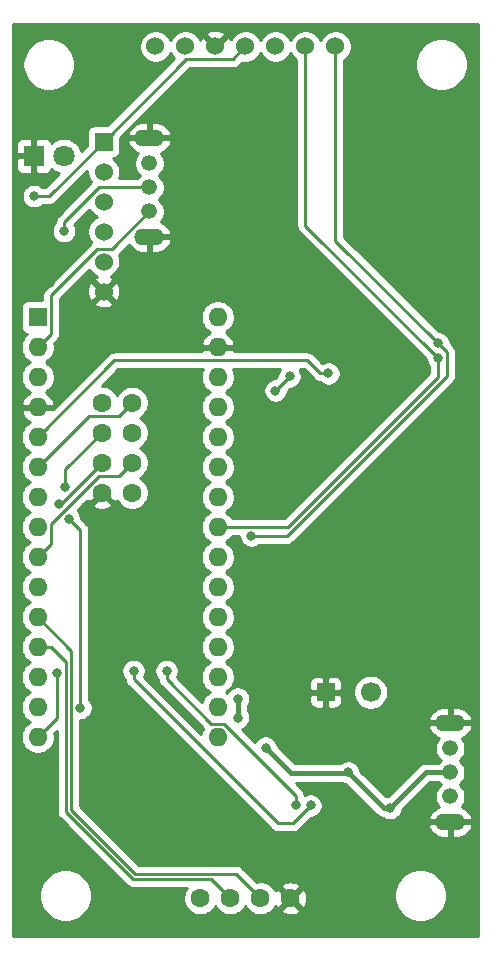
<source format=gbr>
%TF.GenerationSoftware,KiCad,Pcbnew,(5.1.6)-1*%
%TF.CreationDate,2021-10-22T11:30:52-04:00*%
%TF.ProjectId,main_board,6d61696e-5f62-46f6-9172-642e6b696361,rev?*%
%TF.SameCoordinates,Original*%
%TF.FileFunction,Copper,L2,Bot*%
%TF.FilePolarity,Positive*%
%FSLAX46Y46*%
G04 Gerber Fmt 4.6, Leading zero omitted, Abs format (unit mm)*
G04 Created by KiCad (PCBNEW (5.1.6)-1) date 2021-10-22 11:30:52*
%MOMM*%
%LPD*%
G01*
G04 APERTURE LIST*
%TA.AperFunction,ComponentPad*%
%ADD10C,1.524000*%
%TD*%
%TA.AperFunction,ComponentPad*%
%ADD11R,1.524000X1.524000*%
%TD*%
%TA.AperFunction,ComponentPad*%
%ADD12C,1.324000*%
%TD*%
%TA.AperFunction,ComponentPad*%
%ADD13O,2.524000X1.424000*%
%TD*%
%TA.AperFunction,ComponentPad*%
%ADD14R,1.600000X1.600000*%
%TD*%
%TA.AperFunction,ComponentPad*%
%ADD15O,1.600000X1.600000*%
%TD*%
%TA.AperFunction,ComponentPad*%
%ADD16R,1.800000X1.800000*%
%TD*%
%TA.AperFunction,ComponentPad*%
%ADD17C,1.800000*%
%TD*%
%TA.AperFunction,ComponentPad*%
%ADD18C,1.600000*%
%TD*%
%TA.AperFunction,ComponentPad*%
%ADD19C,1.700000*%
%TD*%
%TA.AperFunction,ComponentPad*%
%ADD20R,1.500000X1.500000*%
%TD*%
%TA.AperFunction,ViaPad*%
%ADD21C,0.800000*%
%TD*%
%TA.AperFunction,Conductor*%
%ADD22C,0.250000*%
%TD*%
%TA.AperFunction,Conductor*%
%ADD23C,0.400000*%
%TD*%
%TA.AperFunction,Conductor*%
%ADD24C,0.254000*%
%TD*%
G04 APERTURE END LIST*
D10*
%TO.P,MICRO SD,5*%
%TO.N,Net-(A1-Pad15)*%
X145478500Y-92138500D03*
%TO.P,MICRO SD,2*%
%TO.N,Net-(A1-Pad13)*%
X145478500Y-84518500D03*
D11*
%TO.P,MICRO SD,1*%
%TO.N,Net-(A1-Pad17)*%
X145478500Y-81978500D03*
D10*
%TO.P,MICRO SD,3*%
%TO.N,Net-(A1-Pad14)*%
X145478500Y-87058500D03*
%TO.P,MICRO SD,4*%
%TO.N,Net-(A1-Pad16)*%
X145478500Y-89598500D03*
%TO.P,MICRO SD,6*%
%TO.N,GND*%
X145478500Y-94678500D03*
%TD*%
D12*
%TO.P,switch2,1*%
%TO.N,Net-(A1-Pad2)*%
X149352000Y-87884000D03*
%TO.P,switch2,2*%
%TO.N,Net-(R1-Pad1)*%
X149352000Y-85852000D03*
%TO.P,switch2,3*%
%TO.N,Net-(switch2-Pad3)*%
X149352000Y-83820000D03*
D13*
%TO.P,switch2,4*%
%TO.N,GND*%
X149352000Y-90043000D03*
%TO.P,switch2,5*%
X149352000Y-81661000D03*
%TD*%
D14*
%TO.P,ARDUINO NANO,1*%
%TO.N,Net-(A1-Pad1)*%
X139890500Y-96837500D03*
D15*
%TO.P,ARDUINO NANO,17*%
%TO.N,Net-(A1-Pad17)*%
X155130500Y-129857500D03*
%TO.P,ARDUINO NANO,2*%
%TO.N,Net-(A1-Pad2)*%
X139890500Y-99377500D03*
%TO.P,ARDUINO NANO,18*%
%TO.N,Net-(A1-Pad18)*%
X155130500Y-127317500D03*
%TO.P,ARDUINO NANO,3*%
%TO.N,Net-(A1-Pad3)*%
X139890500Y-101917500D03*
%TO.P,ARDUINO NANO,19*%
%TO.N,Net-(A1-Pad19)*%
X155130500Y-124777500D03*
%TO.P,ARDUINO NANO,4*%
%TO.N,GND*%
X139890500Y-104457500D03*
%TO.P,ARDUINO NANO,20*%
%TO.N,Net-(A1-Pad20)*%
X155130500Y-122237500D03*
%TO.P,ARDUINO NANO,5*%
%TO.N,Net-(A1-Pad5)*%
X139890500Y-106997500D03*
%TO.P,ARDUINO NANO,21*%
%TO.N,Net-(A1-Pad21)*%
X155130500Y-119697500D03*
%TO.P,ARDUINO NANO,6*%
%TO.N,Net-(A1-Pad6)*%
X139890500Y-109537500D03*
%TO.P,ARDUINO NANO,22*%
%TO.N,Net-(A1-Pad22)*%
X155130500Y-117157500D03*
%TO.P,ARDUINO NANO,7*%
%TO.N,Net-(A1-Pad7)*%
X139890500Y-112077500D03*
%TO.P,ARDUINO NANO,23*%
%TO.N,Net-(A1-Pad23)*%
X155130500Y-114617500D03*
%TO.P,ARDUINO NANO,8*%
%TO.N,Net-(A1-Pad8)*%
X139890500Y-114617500D03*
%TO.P,ARDUINO NANO,24*%
%TO.N,Net-(A1-Pad24)*%
X155130500Y-112077500D03*
%TO.P,ARDUINO NANO,9*%
%TO.N,Net-(A1-Pad9)*%
X139890500Y-117157500D03*
%TO.P,ARDUINO NANO,25*%
%TO.N,Net-(A1-Pad25)*%
X155130500Y-109537500D03*
%TO.P,ARDUINO NANO,10*%
%TO.N,Net-(A1-Pad10)*%
X139890500Y-119697500D03*
%TO.P,ARDUINO NANO,26*%
%TO.N,Net-(A1-Pad26)*%
X155130500Y-106997500D03*
%TO.P,ARDUINO NANO,11*%
%TO.N,Net-(A1-Pad11)*%
X139890500Y-122237500D03*
%TO.P,ARDUINO NANO,27*%
%TO.N,Net-(A1-Pad27)*%
X155130500Y-104457500D03*
%TO.P,ARDUINO NANO,12*%
%TO.N,Net-(A1-Pad12)*%
X139890500Y-124777500D03*
%TO.P,ARDUINO NANO,28*%
%TO.N,Net-(A1-Pad28)*%
X155130500Y-101917500D03*
%TO.P,ARDUINO NANO,13*%
%TO.N,Net-(A1-Pad13)*%
X139890500Y-127317500D03*
%TO.P,ARDUINO NANO,29*%
%TO.N,GND*%
X155130500Y-99377500D03*
%TO.P,ARDUINO NANO,14*%
%TO.N,Net-(A1-Pad14)*%
X139890500Y-129857500D03*
%TO.P,ARDUINO NANO,30*%
%TO.N,Net-(A1-Pad30)*%
X155130500Y-96837500D03*
%TO.P,ARDUINO NANO,15*%
%TO.N,Net-(A1-Pad15)*%
X139890500Y-132397500D03*
%TO.P,ARDUINO NANO,16*%
%TO.N,Net-(A1-Pad16)*%
X155130500Y-132397500D03*
%TD*%
D16*
%TO.P,D2,1*%
%TO.N,GND*%
X139573000Y-83185000D03*
D17*
%TO.P,D2,2*%
%TO.N,Net-(D2-Pad2)*%
X142113000Y-83185000D03*
%TD*%
D18*
%TO.P,nRF24L01+1,3*%
%TO.N,Net-(A1-Pad14)*%
X147891500Y-106616500D03*
%TO.P,nRF24L01+1,7*%
%TO.N,Net-(A1-Pad16)*%
X145351500Y-106616500D03*
%TO.P,nRF24L01+1,5*%
%TO.N,GND*%
X145351500Y-111696500D03*
%TO.P,nRF24L01+1,6*%
%TO.N,Net-(A1-Pad10)*%
X145351500Y-109156500D03*
%TO.P,nRF24L01+1,2*%
%TO.N,Net-(A1-Pad9)*%
X147891500Y-109156500D03*
%TO.P,nRF24L01+1,1*%
%TO.N,Net-(A1-Pad17)*%
X147891500Y-111696500D03*
%TO.P,nRF24L01+1,4*%
%TO.N,Net-(A1-Pad6)*%
X147891500Y-104076500D03*
%TO.P,nRF24L01+1,8*%
%TO.N,Net-(A1-Pad15)*%
X145351500Y-104076500D03*
%TD*%
D19*
%TO.P,POWER,2*%
%TO.N,Net-(F1-Pad2)*%
X168084500Y-128587500D03*
D20*
%TO.P,POWER,1*%
%TO.N,GND*%
X164274500Y-128587500D03*
%TD*%
D12*
%TO.P,switch1,1*%
%TO.N,Net-(D1-Pad1)*%
X174815500Y-133350000D03*
%TO.P,switch1,2*%
%TO.N,Net-(C2-Pad1)*%
X174815500Y-135382000D03*
%TO.P,switch1,3*%
%TO.N,Net-(switch1-Pad3)*%
X174815500Y-137414000D03*
D13*
%TO.P,switch1,4*%
%TO.N,GND*%
X174815500Y-131191000D03*
%TO.P,switch1,5*%
X174815500Y-139573000D03*
%TD*%
D18*
%TO.P,STAGE,1*%
%TO.N,GND*%
X161290000Y-146050000D03*
%TO.P,STAGE,2*%
%TO.N,Net-(A1-Pad11)*%
X158750000Y-146050000D03*
%TO.P,STAGE,3*%
%TO.N,Net-(A1-Pad12)*%
X156210000Y-146050000D03*
%TO.P,STAGE,4*%
%TO.N,Net-(A1-Pad30)*%
X153670000Y-146050000D03*
%TD*%
D10*
%TO.P,U1,2*%
%TO.N,Net-(A1-Pad24)*%
X165100000Y-73914000D03*
%TO.P,U1,3*%
%TO.N,Net-(A1-Pad23)*%
X162560000Y-73914000D03*
%TO.P,U1,4*%
%TO.N,Net-(A1-Pad30)*%
X160020000Y-73914000D03*
%TO.P,U1,5*%
%TO.N,Net-(A1-Pad17)*%
X157480000Y-73914000D03*
%TO.P,U1,6*%
%TO.N,GND*%
X154940000Y-73914000D03*
%TO.P,U1,7*%
%TO.N,Net-(A1-Pad8)*%
X152400000Y-73914000D03*
%TO.P,U1,8*%
%TO.N,Net-(A1-Pad7)*%
X149860000Y-73914000D03*
%TD*%
D21*
%TO.N,GND*%
X160655000Y-108267500D03*
X171259500Y-110807500D03*
X158496000Y-120777000D03*
X149796500Y-114236500D03*
X146875500Y-136652000D03*
X148463000Y-145859500D03*
X140335000Y-137985500D03*
X167767000Y-143319500D03*
X156718000Y-85026500D03*
X146177000Y-74993500D03*
X158496000Y-89712800D03*
X161607500Y-93472000D03*
X175450500Y-81026000D03*
X158242000Y-131127500D03*
X149758400Y-97485200D03*
X140970000Y-93929200D03*
X145288000Y-77724000D03*
X156108400Y-80873600D03*
X166522400Y-113487200D03*
X152400000Y-139496800D03*
%TO.N,Net-(A1-Pad17)*%
X139573000Y-86587000D03*
X161226500Y-101854000D03*
X160020000Y-103060500D03*
%TO.N,Net-(A1-Pad5)*%
X164514000Y-101600000D03*
%TO.N,Net-(A1-Pad23)*%
X173814000Y-100330000D03*
X150812500Y-126782500D03*
X161734500Y-138174500D03*
%TO.N,Net-(A1-Pad24)*%
X173814000Y-99060000D03*
X157988000Y-115342500D03*
X148018500Y-126782500D03*
X163004500Y-138174500D03*
%TO.N,Net-(A1-Pad10)*%
X141688596Y-112669096D03*
%TO.N,Net-(A1-Pad15)*%
X141541500Y-127000000D03*
%TO.N,Net-(A1-Pad16)*%
X142235347Y-111247347D03*
X142523402Y-113884902D03*
X143510000Y-129921000D03*
%TO.N,Net-(C2-Pad1)*%
X166179500Y-135382000D03*
X159194500Y-133286500D03*
X169735500Y-138393500D03*
%TO.N,Net-(A1-Pad30)*%
X156845000Y-130746500D03*
X156845000Y-129132500D03*
%TO.N,Net-(R1-Pad1)*%
X142113000Y-89562000D03*
%TD*%
D22*
%TO.N,Net-(A1-Pad17)*%
X145478500Y-81978500D02*
X140870000Y-86587000D01*
X140870000Y-86587000D02*
X139573000Y-86587000D01*
X161226500Y-101854000D02*
X160020000Y-103060500D01*
X152455999Y-75001001D02*
X145478500Y-81978500D01*
X156392999Y-75001001D02*
X152455999Y-75001001D01*
X157480000Y-73914000D02*
X156392999Y-75001001D01*
%TO.N,Net-(A1-Pad2)*%
X141015501Y-98252499D02*
X139890500Y-99377500D01*
X141015501Y-94992737D02*
X141015501Y-98252499D01*
X146184501Y-91051499D02*
X144956739Y-91051499D01*
X144956739Y-91051499D02*
X141015501Y-94992737D01*
X149352000Y-87884000D02*
X146184501Y-91051499D01*
%TO.N,Net-(A1-Pad5)*%
X146385499Y-100502501D02*
X162732501Y-100502501D01*
X139890500Y-106997500D02*
X146385499Y-100502501D01*
X162732501Y-100502501D02*
X163830000Y-101600000D01*
X163830000Y-101600000D02*
X164514000Y-101600000D01*
%TO.N,Net-(A1-Pad6)*%
X144226499Y-105201501D02*
X139890500Y-109537500D01*
X146766499Y-105201501D02*
X144226499Y-105201501D01*
X147891500Y-104076500D02*
X146766499Y-105201501D01*
%TO.N,Net-(A1-Pad23)*%
X162560000Y-73850500D02*
X162560000Y-89076000D01*
X162560000Y-89076000D02*
X173814000Y-100330000D01*
X173814000Y-100330000D02*
X173814000Y-101903000D01*
X161099500Y-114617500D02*
X155130500Y-114617500D01*
X173814000Y-101903000D02*
X161099500Y-114617500D01*
X150812500Y-126782500D02*
X150812500Y-127495000D01*
X150812500Y-127495000D02*
X154589999Y-131272499D01*
X154589999Y-131272499D02*
X155670501Y-131272499D01*
X161734500Y-137336498D02*
X161734500Y-138174500D01*
X155670501Y-131272499D02*
X161734500Y-137336498D01*
%TO.N,Net-(A1-Pad24)*%
X165100000Y-73850500D02*
X165100000Y-90346000D01*
X165100000Y-90346000D02*
X173814000Y-99060000D01*
X161010910Y-115342500D02*
X157988000Y-115342500D01*
X174539001Y-101814409D02*
X161010910Y-115342500D01*
X173814000Y-99060000D02*
X174539001Y-99785001D01*
X174539001Y-99785001D02*
X174539001Y-101814409D01*
X148018500Y-127495000D02*
X160223500Y-139700000D01*
X148018500Y-126782500D02*
X148018500Y-127495000D01*
X160223500Y-139700000D02*
X161479000Y-139700000D01*
X161479000Y-139700000D02*
X163004500Y-138174500D01*
%TO.N,Net-(A1-Pad9)*%
X141015501Y-116032499D02*
X139890500Y-117157500D01*
X145101497Y-110281501D02*
X141015501Y-114367497D01*
X146766499Y-110281501D02*
X145101497Y-110281501D01*
X141015501Y-114367497D02*
X141015501Y-116032499D01*
X147891500Y-109156500D02*
X146766499Y-110281501D01*
%TO.N,Net-(A1-Pad10)*%
X145351500Y-109156500D02*
X141838904Y-112669096D01*
X141838904Y-112669096D02*
X141688596Y-112669096D01*
%TO.N,Net-(A1-Pad11)*%
X139890500Y-122237500D02*
X142716511Y-125063511D01*
X142716511Y-125063511D02*
X142716511Y-138524101D01*
X142716511Y-138524101D02*
X148141400Y-143948990D01*
X156648990Y-143948990D02*
X158750000Y-146050000D01*
X148141400Y-143948990D02*
X156648990Y-143948990D01*
%TO.N,Net-(A1-Pad12)*%
X139890500Y-124777500D02*
X141021870Y-124777500D01*
X141021870Y-124777500D02*
X142266501Y-126022131D01*
X156210000Y-146050000D02*
X154559000Y-144399000D01*
X154559000Y-144399000D02*
X147955000Y-144399000D01*
X142266501Y-138710501D02*
X142266501Y-132243999D01*
X142266501Y-126022131D02*
X142266501Y-132243999D01*
X147955000Y-144399000D02*
X142266501Y-138710501D01*
X142266501Y-132243999D02*
X142266501Y-136244499D01*
%TO.N,Net-(A1-Pad15)*%
X141541500Y-130746500D02*
X139890500Y-132397500D01*
X141541500Y-127000000D02*
X141541500Y-130746500D01*
%TO.N,Net-(A1-Pad16)*%
X145351500Y-106616500D02*
X142235347Y-109732653D01*
X142235347Y-109732653D02*
X142235347Y-111247347D01*
X142523402Y-113884902D02*
X143510000Y-114871500D01*
X143510000Y-114871500D02*
X143510000Y-129921000D01*
D23*
%TO.N,Net-(C2-Pad1)*%
X159194500Y-133286500D02*
X161353500Y-135445500D01*
X166116000Y-135445500D02*
X166179500Y-135382000D01*
X161353500Y-135445500D02*
X166116000Y-135445500D01*
X169191000Y-138393500D02*
X169735500Y-138393500D01*
X166179500Y-135382000D02*
X169191000Y-138393500D01*
X172747000Y-135382000D02*
X169735500Y-138393500D01*
X174815500Y-135382000D02*
X172747000Y-135382000D01*
%TO.N,Net-(A1-Pad30)*%
X156845000Y-130746500D02*
X156845000Y-129132500D01*
D22*
%TO.N,Net-(R1-Pad1)*%
X142113000Y-88815238D02*
X142113000Y-89562000D01*
X145076238Y-85852000D02*
X142113000Y-88815238D01*
X149352000Y-85852000D02*
X145076238Y-85852000D01*
%TD*%
D24*
%TO.N,GND*%
G36*
X177140000Y-78772418D02*
G01*
X177140001Y-78772428D01*
X177140000Y-142207581D01*
X177140000Y-142207582D01*
X177140001Y-149200000D01*
X137820000Y-149200000D01*
X137820000Y-145575872D01*
X140005000Y-145575872D01*
X140005000Y-146016128D01*
X140090890Y-146447925D01*
X140259369Y-146854669D01*
X140503962Y-147220729D01*
X140815271Y-147532038D01*
X141181331Y-147776631D01*
X141588075Y-147945110D01*
X142019872Y-148031000D01*
X142460128Y-148031000D01*
X142891925Y-147945110D01*
X143298669Y-147776631D01*
X143664729Y-147532038D01*
X143976038Y-147220729D01*
X144220631Y-146854669D01*
X144389110Y-146447925D01*
X144475000Y-146016128D01*
X144475000Y-145575872D01*
X144389110Y-145144075D01*
X144220631Y-144737331D01*
X143976038Y-144371271D01*
X143664729Y-144059962D01*
X143298669Y-143815369D01*
X142891925Y-143646890D01*
X142460128Y-143561000D01*
X142019872Y-143561000D01*
X141588075Y-143646890D01*
X141181331Y-143815369D01*
X140815271Y-144059962D01*
X140503962Y-144371271D01*
X140259369Y-144737331D01*
X140090890Y-145144075D01*
X140005000Y-145575872D01*
X137820000Y-145575872D01*
X137820000Y-96037500D01*
X138452428Y-96037500D01*
X138452428Y-97637500D01*
X138464688Y-97761982D01*
X138500998Y-97881680D01*
X138559963Y-97991994D01*
X138639315Y-98088685D01*
X138736006Y-98168037D01*
X138846320Y-98227002D01*
X138966018Y-98263312D01*
X138974461Y-98264143D01*
X138775863Y-98462741D01*
X138618820Y-98697773D01*
X138510647Y-98958926D01*
X138455500Y-99236165D01*
X138455500Y-99518835D01*
X138510647Y-99796074D01*
X138618820Y-100057227D01*
X138775863Y-100292259D01*
X138975741Y-100492137D01*
X139208259Y-100647500D01*
X138975741Y-100802863D01*
X138775863Y-101002741D01*
X138618820Y-101237773D01*
X138510647Y-101498926D01*
X138455500Y-101776165D01*
X138455500Y-102058835D01*
X138510647Y-102336074D01*
X138618820Y-102597227D01*
X138775863Y-102832259D01*
X138975741Y-103032137D01*
X139210773Y-103189180D01*
X139221365Y-103193567D01*
X139035369Y-103305115D01*
X138826981Y-103494086D01*
X138659463Y-103720080D01*
X138539254Y-103974413D01*
X138498596Y-104108461D01*
X138620585Y-104330500D01*
X139763500Y-104330500D01*
X139763500Y-104310500D01*
X140017500Y-104310500D01*
X140017500Y-104330500D01*
X141160415Y-104330500D01*
X141282404Y-104108461D01*
X141241746Y-103974413D01*
X141121537Y-103720080D01*
X140954019Y-103494086D01*
X140745631Y-103305115D01*
X140559635Y-103193567D01*
X140570227Y-103189180D01*
X140805259Y-103032137D01*
X141005137Y-102832259D01*
X141162180Y-102597227D01*
X141270353Y-102336074D01*
X141325500Y-102058835D01*
X141325500Y-101776165D01*
X141270353Y-101498926D01*
X141162180Y-101237773D01*
X141005137Y-101002741D01*
X140805259Y-100802863D01*
X140572741Y-100647500D01*
X140805259Y-100492137D01*
X141005137Y-100292259D01*
X141162180Y-100057227D01*
X141270353Y-99796074D01*
X141325500Y-99518835D01*
X141325500Y-99236165D01*
X141289188Y-99053614D01*
X141526504Y-98816298D01*
X141555502Y-98792500D01*
X141650475Y-98676775D01*
X141721047Y-98544746D01*
X141764504Y-98401485D01*
X141775501Y-98289832D01*
X141775501Y-98289824D01*
X141779177Y-98252499D01*
X141775501Y-98215174D01*
X141775501Y-96696165D01*
X153695500Y-96696165D01*
X153695500Y-96978835D01*
X153750647Y-97256074D01*
X153858820Y-97517227D01*
X154015863Y-97752259D01*
X154215741Y-97952137D01*
X154450773Y-98109180D01*
X154461365Y-98113567D01*
X154275369Y-98225115D01*
X154066981Y-98414086D01*
X153899463Y-98640080D01*
X153779254Y-98894413D01*
X153738596Y-99028461D01*
X153860585Y-99250500D01*
X155003500Y-99250500D01*
X155003500Y-99230500D01*
X155257500Y-99230500D01*
X155257500Y-99250500D01*
X156400415Y-99250500D01*
X156522404Y-99028461D01*
X156481746Y-98894413D01*
X156361537Y-98640080D01*
X156194019Y-98414086D01*
X155985631Y-98225115D01*
X155799635Y-98113567D01*
X155810227Y-98109180D01*
X156045259Y-97952137D01*
X156245137Y-97752259D01*
X156402180Y-97517227D01*
X156510353Y-97256074D01*
X156565500Y-96978835D01*
X156565500Y-96696165D01*
X156510353Y-96418926D01*
X156402180Y-96157773D01*
X156245137Y-95922741D01*
X156045259Y-95722863D01*
X155810227Y-95565820D01*
X155549074Y-95457647D01*
X155271835Y-95402500D01*
X154989165Y-95402500D01*
X154711926Y-95457647D01*
X154450773Y-95565820D01*
X154215741Y-95722863D01*
X154015863Y-95922741D01*
X153858820Y-96157773D01*
X153750647Y-96418926D01*
X153695500Y-96696165D01*
X141775501Y-96696165D01*
X141775501Y-95644065D01*
X144692540Y-95644065D01*
X144759520Y-95884156D01*
X145008548Y-96001256D01*
X145275635Y-96067523D01*
X145550517Y-96080410D01*
X145822633Y-96039422D01*
X146081523Y-95946136D01*
X146197480Y-95884156D01*
X146264460Y-95644065D01*
X145478500Y-94858105D01*
X144692540Y-95644065D01*
X141775501Y-95644065D01*
X141775501Y-95307538D01*
X142332522Y-94750517D01*
X144076590Y-94750517D01*
X144117578Y-95022633D01*
X144210864Y-95281523D01*
X144272844Y-95397480D01*
X144512935Y-95464460D01*
X145298895Y-94678500D01*
X145658105Y-94678500D01*
X146444065Y-95464460D01*
X146684156Y-95397480D01*
X146801256Y-95148452D01*
X146867523Y-94881365D01*
X146880410Y-94606483D01*
X146839422Y-94334367D01*
X146746136Y-94075477D01*
X146684156Y-93959520D01*
X146444065Y-93892540D01*
X145658105Y-94678500D01*
X145298895Y-94678500D01*
X144512935Y-93892540D01*
X144272844Y-93959520D01*
X144155744Y-94208548D01*
X144089477Y-94475635D01*
X144076590Y-94750517D01*
X142332522Y-94750517D01*
X144257445Y-92825595D01*
X144393380Y-93029035D01*
X144587965Y-93223620D01*
X144816773Y-93376505D01*
X144888443Y-93406192D01*
X144875477Y-93410864D01*
X144759520Y-93472844D01*
X144692540Y-93712935D01*
X145478500Y-94498895D01*
X146264460Y-93712935D01*
X146197480Y-93472844D01*
X146061740Y-93409015D01*
X146140227Y-93376505D01*
X146369035Y-93223620D01*
X146563620Y-93029035D01*
X146716505Y-92800227D01*
X146821814Y-92545990D01*
X146875500Y-92276092D01*
X146875500Y-92000908D01*
X146821814Y-91731010D01*
X146750927Y-91559874D01*
X147616927Y-90693875D01*
X147759725Y-90905670D01*
X147948051Y-91092432D01*
X148169193Y-91238865D01*
X148414654Y-91339341D01*
X148675000Y-91390000D01*
X149225000Y-91390000D01*
X149225000Y-90170000D01*
X149479000Y-90170000D01*
X149479000Y-91390000D01*
X150029000Y-91390000D01*
X150289346Y-91339341D01*
X150534807Y-91238865D01*
X150755949Y-91092432D01*
X150944275Y-90905670D01*
X151092547Y-90685756D01*
X151195066Y-90441141D01*
X151206623Y-90378215D01*
X151083444Y-90170000D01*
X149479000Y-90170000D01*
X149225000Y-90170000D01*
X149205000Y-90170000D01*
X149205000Y-89916000D01*
X149225000Y-89916000D01*
X149225000Y-89896000D01*
X149479000Y-89896000D01*
X149479000Y-89916000D01*
X151083444Y-89916000D01*
X151206623Y-89707785D01*
X151195066Y-89644859D01*
X151092547Y-89400244D01*
X150944275Y-89180330D01*
X150755949Y-88993568D01*
X150534807Y-88847135D01*
X150313635Y-88756601D01*
X150359446Y-88710790D01*
X150501387Y-88498360D01*
X150599157Y-88262321D01*
X150649000Y-88011743D01*
X150649000Y-87756257D01*
X150599157Y-87505679D01*
X150501387Y-87269640D01*
X150359446Y-87057210D01*
X150178790Y-86876554D01*
X150165988Y-86868000D01*
X150178790Y-86859446D01*
X150359446Y-86678790D01*
X150501387Y-86466360D01*
X150599157Y-86230321D01*
X150649000Y-85979743D01*
X150649000Y-85724257D01*
X150599157Y-85473679D01*
X150501387Y-85237640D01*
X150359446Y-85025210D01*
X150178790Y-84844554D01*
X150165988Y-84836000D01*
X150178790Y-84827446D01*
X150359446Y-84646790D01*
X150501387Y-84434360D01*
X150599157Y-84198321D01*
X150649000Y-83947743D01*
X150649000Y-83692257D01*
X150599157Y-83441679D01*
X150501387Y-83205640D01*
X150359446Y-82993210D01*
X150313635Y-82947399D01*
X150534807Y-82856865D01*
X150755949Y-82710432D01*
X150944275Y-82523670D01*
X151092547Y-82303756D01*
X151195066Y-82059141D01*
X151206623Y-81996215D01*
X151083444Y-81788000D01*
X149479000Y-81788000D01*
X149479000Y-81808000D01*
X149225000Y-81808000D01*
X149225000Y-81788000D01*
X147620556Y-81788000D01*
X147497377Y-81996215D01*
X147508934Y-82059141D01*
X147611453Y-82303756D01*
X147759725Y-82523670D01*
X147948051Y-82710432D01*
X148169193Y-82856865D01*
X148390365Y-82947399D01*
X148344554Y-82993210D01*
X148202613Y-83205640D01*
X148104843Y-83441679D01*
X148055000Y-83692257D01*
X148055000Y-83947743D01*
X148104843Y-84198321D01*
X148202613Y-84434360D01*
X148344554Y-84646790D01*
X148525210Y-84827446D01*
X148538012Y-84836000D01*
X148525210Y-84844554D01*
X148344554Y-85025210D01*
X148299926Y-85092000D01*
X146753050Y-85092000D01*
X146821814Y-84925990D01*
X146875500Y-84656092D01*
X146875500Y-84380908D01*
X146821814Y-84111010D01*
X146716505Y-83856773D01*
X146563620Y-83627965D01*
X146369035Y-83433380D01*
X146281035Y-83374580D01*
X146364982Y-83366312D01*
X146484680Y-83330002D01*
X146594994Y-83271037D01*
X146691685Y-83191685D01*
X146771037Y-83094994D01*
X146830002Y-82984680D01*
X146866312Y-82864982D01*
X146878572Y-82740500D01*
X146878572Y-81653229D01*
X147206016Y-81325785D01*
X147497377Y-81325785D01*
X147620556Y-81534000D01*
X149225000Y-81534000D01*
X149225000Y-80314000D01*
X149479000Y-80314000D01*
X149479000Y-81534000D01*
X151083444Y-81534000D01*
X151206623Y-81325785D01*
X151195066Y-81262859D01*
X151092547Y-81018244D01*
X150944275Y-80798330D01*
X150755949Y-80611568D01*
X150534807Y-80465135D01*
X150289346Y-80364659D01*
X150029000Y-80314000D01*
X149479000Y-80314000D01*
X149225000Y-80314000D01*
X148675000Y-80314000D01*
X148414654Y-80364659D01*
X148169193Y-80465135D01*
X147948051Y-80611568D01*
X147759725Y-80798330D01*
X147611453Y-81018244D01*
X147508934Y-81262859D01*
X147497377Y-81325785D01*
X147206016Y-81325785D01*
X152770801Y-75761001D01*
X156355677Y-75761001D01*
X156392999Y-75764677D01*
X156430321Y-75761001D01*
X156430332Y-75761001D01*
X156541985Y-75750004D01*
X156685246Y-75706547D01*
X156817275Y-75635975D01*
X156933000Y-75541002D01*
X156956803Y-75511999D01*
X157188429Y-75280372D01*
X157342408Y-75311000D01*
X157617592Y-75311000D01*
X157887490Y-75257314D01*
X158141727Y-75152005D01*
X158370535Y-74999120D01*
X158565120Y-74804535D01*
X158718005Y-74575727D01*
X158750000Y-74498485D01*
X158781995Y-74575727D01*
X158934880Y-74804535D01*
X159129465Y-74999120D01*
X159358273Y-75152005D01*
X159612510Y-75257314D01*
X159882408Y-75311000D01*
X160157592Y-75311000D01*
X160427490Y-75257314D01*
X160681727Y-75152005D01*
X160910535Y-74999120D01*
X161105120Y-74804535D01*
X161258005Y-74575727D01*
X161290000Y-74498485D01*
X161321995Y-74575727D01*
X161474880Y-74804535D01*
X161669465Y-74999120D01*
X161800000Y-75086341D01*
X161800001Y-89038667D01*
X161796324Y-89076000D01*
X161810998Y-89224985D01*
X161854454Y-89368246D01*
X161925026Y-89500276D01*
X161992362Y-89582324D01*
X162020000Y-89616001D01*
X162048998Y-89639799D01*
X172779000Y-100369803D01*
X172779000Y-100431939D01*
X172818774Y-100631898D01*
X172896795Y-100820256D01*
X173010063Y-100989774D01*
X173054000Y-101033711D01*
X173054001Y-101588197D01*
X160784699Y-113857500D01*
X156348543Y-113857500D01*
X156245137Y-113702741D01*
X156045259Y-113502863D01*
X155812741Y-113347500D01*
X156045259Y-113192137D01*
X156245137Y-112992259D01*
X156402180Y-112757227D01*
X156510353Y-112496074D01*
X156565500Y-112218835D01*
X156565500Y-111936165D01*
X156510353Y-111658926D01*
X156402180Y-111397773D01*
X156245137Y-111162741D01*
X156045259Y-110962863D01*
X155812741Y-110807500D01*
X156045259Y-110652137D01*
X156245137Y-110452259D01*
X156402180Y-110217227D01*
X156510353Y-109956074D01*
X156565500Y-109678835D01*
X156565500Y-109396165D01*
X156510353Y-109118926D01*
X156402180Y-108857773D01*
X156245137Y-108622741D01*
X156045259Y-108422863D01*
X155812741Y-108267500D01*
X156045259Y-108112137D01*
X156245137Y-107912259D01*
X156402180Y-107677227D01*
X156510353Y-107416074D01*
X156565500Y-107138835D01*
X156565500Y-106856165D01*
X156510353Y-106578926D01*
X156402180Y-106317773D01*
X156245137Y-106082741D01*
X156045259Y-105882863D01*
X155812741Y-105727500D01*
X156045259Y-105572137D01*
X156245137Y-105372259D01*
X156402180Y-105137227D01*
X156510353Y-104876074D01*
X156565500Y-104598835D01*
X156565500Y-104316165D01*
X156510353Y-104038926D01*
X156402180Y-103777773D01*
X156245137Y-103542741D01*
X156045259Y-103342863D01*
X155812741Y-103187500D01*
X156045259Y-103032137D01*
X156245137Y-102832259D01*
X156402180Y-102597227D01*
X156510353Y-102336074D01*
X156565500Y-102058835D01*
X156565500Y-101776165D01*
X156510353Y-101498926D01*
X156412423Y-101262501D01*
X160376943Y-101262501D01*
X160309295Y-101363744D01*
X160231274Y-101552102D01*
X160191500Y-101752061D01*
X160191500Y-101814198D01*
X159980199Y-102025500D01*
X159918061Y-102025500D01*
X159718102Y-102065274D01*
X159529744Y-102143295D01*
X159360226Y-102256563D01*
X159216063Y-102400726D01*
X159102795Y-102570244D01*
X159024774Y-102758602D01*
X158985000Y-102958561D01*
X158985000Y-103162439D01*
X159024774Y-103362398D01*
X159102795Y-103550756D01*
X159216063Y-103720274D01*
X159360226Y-103864437D01*
X159529744Y-103977705D01*
X159718102Y-104055726D01*
X159918061Y-104095500D01*
X160121939Y-104095500D01*
X160321898Y-104055726D01*
X160510256Y-103977705D01*
X160679774Y-103864437D01*
X160823937Y-103720274D01*
X160937205Y-103550756D01*
X161015226Y-103362398D01*
X161055000Y-103162439D01*
X161055000Y-103100301D01*
X161266302Y-102889000D01*
X161328439Y-102889000D01*
X161528398Y-102849226D01*
X161716756Y-102771205D01*
X161886274Y-102657937D01*
X162030437Y-102513774D01*
X162143705Y-102344256D01*
X162221726Y-102155898D01*
X162261500Y-101955939D01*
X162261500Y-101752061D01*
X162221726Y-101552102D01*
X162143705Y-101363744D01*
X162076057Y-101262501D01*
X162417700Y-101262501D01*
X163266201Y-102111003D01*
X163289999Y-102140001D01*
X163318997Y-102163799D01*
X163405723Y-102234974D01*
X163486735Y-102278276D01*
X163537753Y-102305546D01*
X163681014Y-102349003D01*
X163792667Y-102360000D01*
X163792677Y-102360000D01*
X163812213Y-102361924D01*
X163854226Y-102403937D01*
X164023744Y-102517205D01*
X164212102Y-102595226D01*
X164412061Y-102635000D01*
X164615939Y-102635000D01*
X164815898Y-102595226D01*
X165004256Y-102517205D01*
X165173774Y-102403937D01*
X165317937Y-102259774D01*
X165431205Y-102090256D01*
X165509226Y-101901898D01*
X165549000Y-101701939D01*
X165549000Y-101498061D01*
X165509226Y-101298102D01*
X165431205Y-101109744D01*
X165317937Y-100940226D01*
X165173774Y-100796063D01*
X165004256Y-100682795D01*
X164815898Y-100604774D01*
X164615939Y-100565000D01*
X164412061Y-100565000D01*
X164212102Y-100604774D01*
X164023744Y-100682795D01*
X164002075Y-100697274D01*
X163296305Y-99991503D01*
X163272502Y-99962500D01*
X163156777Y-99867527D01*
X163024748Y-99796955D01*
X162881487Y-99753498D01*
X162769834Y-99742501D01*
X162769823Y-99742501D01*
X162732501Y-99738825D01*
X162695179Y-99742501D01*
X156517563Y-99742501D01*
X156522404Y-99726539D01*
X156400415Y-99504500D01*
X155257500Y-99504500D01*
X155257500Y-99524500D01*
X155003500Y-99524500D01*
X155003500Y-99504500D01*
X153860585Y-99504500D01*
X153738596Y-99726539D01*
X153743437Y-99742501D01*
X146422824Y-99742501D01*
X146385499Y-99738825D01*
X146348174Y-99742501D01*
X146348166Y-99742501D01*
X146236513Y-99753498D01*
X146093252Y-99796955D01*
X145961223Y-99867527D01*
X145845498Y-99962500D01*
X145821700Y-99991498D01*
X141184628Y-104628571D01*
X141160415Y-104584500D01*
X140017500Y-104584500D01*
X140017500Y-104604500D01*
X139763500Y-104604500D01*
X139763500Y-104584500D01*
X138620585Y-104584500D01*
X138498596Y-104806539D01*
X138539254Y-104940587D01*
X138659463Y-105194920D01*
X138826981Y-105420914D01*
X139035369Y-105609885D01*
X139221365Y-105721433D01*
X139210773Y-105725820D01*
X138975741Y-105882863D01*
X138775863Y-106082741D01*
X138618820Y-106317773D01*
X138510647Y-106578926D01*
X138455500Y-106856165D01*
X138455500Y-107138835D01*
X138510647Y-107416074D01*
X138618820Y-107677227D01*
X138775863Y-107912259D01*
X138975741Y-108112137D01*
X139208259Y-108267500D01*
X138975741Y-108422863D01*
X138775863Y-108622741D01*
X138618820Y-108857773D01*
X138510647Y-109118926D01*
X138455500Y-109396165D01*
X138455500Y-109678835D01*
X138510647Y-109956074D01*
X138618820Y-110217227D01*
X138775863Y-110452259D01*
X138975741Y-110652137D01*
X139208259Y-110807500D01*
X138975741Y-110962863D01*
X138775863Y-111162741D01*
X138618820Y-111397773D01*
X138510647Y-111658926D01*
X138455500Y-111936165D01*
X138455500Y-112218835D01*
X138510647Y-112496074D01*
X138618820Y-112757227D01*
X138775863Y-112992259D01*
X138975741Y-113192137D01*
X139208259Y-113347500D01*
X138975741Y-113502863D01*
X138775863Y-113702741D01*
X138618820Y-113937773D01*
X138510647Y-114198926D01*
X138455500Y-114476165D01*
X138455500Y-114758835D01*
X138510647Y-115036074D01*
X138618820Y-115297227D01*
X138775863Y-115532259D01*
X138975741Y-115732137D01*
X139208259Y-115887500D01*
X138975741Y-116042863D01*
X138775863Y-116242741D01*
X138618820Y-116477773D01*
X138510647Y-116738926D01*
X138455500Y-117016165D01*
X138455500Y-117298835D01*
X138510647Y-117576074D01*
X138618820Y-117837227D01*
X138775863Y-118072259D01*
X138975741Y-118272137D01*
X139208259Y-118427500D01*
X138975741Y-118582863D01*
X138775863Y-118782741D01*
X138618820Y-119017773D01*
X138510647Y-119278926D01*
X138455500Y-119556165D01*
X138455500Y-119838835D01*
X138510647Y-120116074D01*
X138618820Y-120377227D01*
X138775863Y-120612259D01*
X138975741Y-120812137D01*
X139208259Y-120967500D01*
X138975741Y-121122863D01*
X138775863Y-121322741D01*
X138618820Y-121557773D01*
X138510647Y-121818926D01*
X138455500Y-122096165D01*
X138455500Y-122378835D01*
X138510647Y-122656074D01*
X138618820Y-122917227D01*
X138775863Y-123152259D01*
X138975741Y-123352137D01*
X139208259Y-123507500D01*
X138975741Y-123662863D01*
X138775863Y-123862741D01*
X138618820Y-124097773D01*
X138510647Y-124358926D01*
X138455500Y-124636165D01*
X138455500Y-124918835D01*
X138510647Y-125196074D01*
X138618820Y-125457227D01*
X138775863Y-125692259D01*
X138975741Y-125892137D01*
X139208259Y-126047500D01*
X138975741Y-126202863D01*
X138775863Y-126402741D01*
X138618820Y-126637773D01*
X138510647Y-126898926D01*
X138455500Y-127176165D01*
X138455500Y-127458835D01*
X138510647Y-127736074D01*
X138618820Y-127997227D01*
X138775863Y-128232259D01*
X138975741Y-128432137D01*
X139208259Y-128587500D01*
X138975741Y-128742863D01*
X138775863Y-128942741D01*
X138618820Y-129177773D01*
X138510647Y-129438926D01*
X138455500Y-129716165D01*
X138455500Y-129998835D01*
X138510647Y-130276074D01*
X138618820Y-130537227D01*
X138775863Y-130772259D01*
X138975741Y-130972137D01*
X139208259Y-131127500D01*
X138975741Y-131282863D01*
X138775863Y-131482741D01*
X138618820Y-131717773D01*
X138510647Y-131978926D01*
X138455500Y-132256165D01*
X138455500Y-132538835D01*
X138510647Y-132816074D01*
X138618820Y-133077227D01*
X138775863Y-133312259D01*
X138975741Y-133512137D01*
X139210773Y-133669180D01*
X139471926Y-133777353D01*
X139749165Y-133832500D01*
X140031835Y-133832500D01*
X140309074Y-133777353D01*
X140570227Y-133669180D01*
X140805259Y-133512137D01*
X141005137Y-133312259D01*
X141162180Y-133077227D01*
X141270353Y-132816074D01*
X141325500Y-132538835D01*
X141325500Y-132256165D01*
X141289188Y-132073614D01*
X141506502Y-131856300D01*
X141506502Y-132206657D01*
X141506501Y-132206667D01*
X141506502Y-134281726D01*
X141506501Y-138673178D01*
X141502825Y-138710501D01*
X141506501Y-138747823D01*
X141506501Y-138747833D01*
X141517498Y-138859486D01*
X141545257Y-138950997D01*
X141560955Y-139002747D01*
X141631527Y-139134777D01*
X141659344Y-139168672D01*
X141726500Y-139250502D01*
X141755504Y-139274305D01*
X147391205Y-144910008D01*
X147414999Y-144939001D01*
X147443992Y-144962795D01*
X147443996Y-144962799D01*
X147514685Y-145020811D01*
X147530724Y-145033974D01*
X147662753Y-145104546D01*
X147806014Y-145148003D01*
X147917667Y-145159000D01*
X147917676Y-145159000D01*
X147954999Y-145162676D01*
X147992322Y-145159000D01*
X152539488Y-145159000D01*
X152398320Y-145370273D01*
X152290147Y-145631426D01*
X152235000Y-145908665D01*
X152235000Y-146191335D01*
X152290147Y-146468574D01*
X152398320Y-146729727D01*
X152555363Y-146964759D01*
X152755241Y-147164637D01*
X152990273Y-147321680D01*
X153251426Y-147429853D01*
X153528665Y-147485000D01*
X153811335Y-147485000D01*
X154088574Y-147429853D01*
X154349727Y-147321680D01*
X154584759Y-147164637D01*
X154784637Y-146964759D01*
X154940000Y-146732241D01*
X155095363Y-146964759D01*
X155295241Y-147164637D01*
X155530273Y-147321680D01*
X155791426Y-147429853D01*
X156068665Y-147485000D01*
X156351335Y-147485000D01*
X156628574Y-147429853D01*
X156889727Y-147321680D01*
X157124759Y-147164637D01*
X157324637Y-146964759D01*
X157480000Y-146732241D01*
X157635363Y-146964759D01*
X157835241Y-147164637D01*
X158070273Y-147321680D01*
X158331426Y-147429853D01*
X158608665Y-147485000D01*
X158891335Y-147485000D01*
X159168574Y-147429853D01*
X159429727Y-147321680D01*
X159664759Y-147164637D01*
X159786694Y-147042702D01*
X160476903Y-147042702D01*
X160548486Y-147286671D01*
X160803996Y-147407571D01*
X161078184Y-147476300D01*
X161360512Y-147490217D01*
X161640130Y-147448787D01*
X161906292Y-147353603D01*
X162031514Y-147286671D01*
X162103097Y-147042702D01*
X161290000Y-146229605D01*
X160476903Y-147042702D01*
X159786694Y-147042702D01*
X159864637Y-146964759D01*
X160020915Y-146730872D01*
X160053329Y-146791514D01*
X160297298Y-146863097D01*
X161110395Y-146050000D01*
X161469605Y-146050000D01*
X162282702Y-146863097D01*
X162526671Y-146791514D01*
X162647571Y-146536004D01*
X162716300Y-146261816D01*
X162730217Y-145979488D01*
X162688787Y-145699870D01*
X162644444Y-145575872D01*
X170040500Y-145575872D01*
X170040500Y-146016128D01*
X170126390Y-146447925D01*
X170294869Y-146854669D01*
X170539462Y-147220729D01*
X170850771Y-147532038D01*
X171216831Y-147776631D01*
X171623575Y-147945110D01*
X172055372Y-148031000D01*
X172495628Y-148031000D01*
X172927425Y-147945110D01*
X173334169Y-147776631D01*
X173700229Y-147532038D01*
X174011538Y-147220729D01*
X174256131Y-146854669D01*
X174424610Y-146447925D01*
X174510500Y-146016128D01*
X174510500Y-145575872D01*
X174424610Y-145144075D01*
X174256131Y-144737331D01*
X174011538Y-144371271D01*
X173700229Y-144059962D01*
X173334169Y-143815369D01*
X172927425Y-143646890D01*
X172495628Y-143561000D01*
X172055372Y-143561000D01*
X171623575Y-143646890D01*
X171216831Y-143815369D01*
X170850771Y-144059962D01*
X170539462Y-144371271D01*
X170294869Y-144737331D01*
X170126390Y-145144075D01*
X170040500Y-145575872D01*
X162644444Y-145575872D01*
X162593603Y-145433708D01*
X162526671Y-145308486D01*
X162282702Y-145236903D01*
X161469605Y-146050000D01*
X161110395Y-146050000D01*
X160297298Y-145236903D01*
X160053329Y-145308486D01*
X160022806Y-145372992D01*
X160021680Y-145370273D01*
X159864637Y-145135241D01*
X159786694Y-145057298D01*
X160476903Y-145057298D01*
X161290000Y-145870395D01*
X162103097Y-145057298D01*
X162031514Y-144813329D01*
X161776004Y-144692429D01*
X161501816Y-144623700D01*
X161219488Y-144609783D01*
X160939870Y-144651213D01*
X160673708Y-144746397D01*
X160548486Y-144813329D01*
X160476903Y-145057298D01*
X159786694Y-145057298D01*
X159664759Y-144935363D01*
X159429727Y-144778320D01*
X159168574Y-144670147D01*
X158891335Y-144615000D01*
X158608665Y-144615000D01*
X158426114Y-144651312D01*
X157212794Y-143437993D01*
X157188991Y-143408989D01*
X157073266Y-143314016D01*
X156941237Y-143243444D01*
X156797976Y-143199987D01*
X156686323Y-143188990D01*
X156686312Y-143188990D01*
X156648990Y-143185314D01*
X156611668Y-143188990D01*
X148456202Y-143188990D01*
X143476511Y-138209300D01*
X143476511Y-130956000D01*
X143611939Y-130956000D01*
X143811898Y-130916226D01*
X144000256Y-130838205D01*
X144169774Y-130724937D01*
X144313937Y-130580774D01*
X144427205Y-130411256D01*
X144505226Y-130222898D01*
X144545000Y-130022939D01*
X144545000Y-129819061D01*
X144505226Y-129619102D01*
X144427205Y-129430744D01*
X144313937Y-129261226D01*
X144270000Y-129217289D01*
X144270000Y-114908822D01*
X144273676Y-114871499D01*
X144270000Y-114834176D01*
X144270000Y-114834167D01*
X144259003Y-114722514D01*
X144215546Y-114579253D01*
X144144974Y-114447224D01*
X144050001Y-114331499D01*
X144021004Y-114307702D01*
X143558402Y-113845100D01*
X143558402Y-113782963D01*
X143518628Y-113583004D01*
X143440607Y-113394646D01*
X143327339Y-113225128D01*
X143280005Y-113177794D01*
X143768597Y-112689202D01*
X144538403Y-112689202D01*
X144609986Y-112933171D01*
X144865496Y-113054071D01*
X145139684Y-113122800D01*
X145422012Y-113136717D01*
X145701630Y-113095287D01*
X145967792Y-113000103D01*
X146093014Y-112933171D01*
X146164597Y-112689202D01*
X145351500Y-111876105D01*
X144538403Y-112689202D01*
X143768597Y-112689202D01*
X144081723Y-112376077D01*
X144114829Y-112438014D01*
X144358798Y-112509597D01*
X145171895Y-111696500D01*
X145157753Y-111682358D01*
X145337358Y-111502753D01*
X145351500Y-111516895D01*
X145365643Y-111502753D01*
X145545248Y-111682358D01*
X145531105Y-111696500D01*
X146344202Y-112509597D01*
X146588171Y-112438014D01*
X146618694Y-112373508D01*
X146619820Y-112376227D01*
X146776863Y-112611259D01*
X146976741Y-112811137D01*
X147211773Y-112968180D01*
X147472926Y-113076353D01*
X147750165Y-113131500D01*
X148032835Y-113131500D01*
X148310074Y-113076353D01*
X148571227Y-112968180D01*
X148806259Y-112811137D01*
X149006137Y-112611259D01*
X149163180Y-112376227D01*
X149271353Y-112115074D01*
X149326500Y-111837835D01*
X149326500Y-111555165D01*
X149271353Y-111277926D01*
X149163180Y-111016773D01*
X149006137Y-110781741D01*
X148806259Y-110581863D01*
X148573741Y-110426500D01*
X148806259Y-110271137D01*
X149006137Y-110071259D01*
X149163180Y-109836227D01*
X149271353Y-109575074D01*
X149326500Y-109297835D01*
X149326500Y-109015165D01*
X149271353Y-108737926D01*
X149163180Y-108476773D01*
X149006137Y-108241741D01*
X148806259Y-108041863D01*
X148573741Y-107886500D01*
X148806259Y-107731137D01*
X149006137Y-107531259D01*
X149163180Y-107296227D01*
X149271353Y-107035074D01*
X149326500Y-106757835D01*
X149326500Y-106475165D01*
X149271353Y-106197926D01*
X149163180Y-105936773D01*
X149006137Y-105701741D01*
X148806259Y-105501863D01*
X148573741Y-105346500D01*
X148806259Y-105191137D01*
X149006137Y-104991259D01*
X149163180Y-104756227D01*
X149271353Y-104495074D01*
X149326500Y-104217835D01*
X149326500Y-103935165D01*
X149271353Y-103657926D01*
X149163180Y-103396773D01*
X149006137Y-103161741D01*
X148806259Y-102961863D01*
X148571227Y-102804820D01*
X148310074Y-102696647D01*
X148032835Y-102641500D01*
X147750165Y-102641500D01*
X147472926Y-102696647D01*
X147211773Y-102804820D01*
X146976741Y-102961863D01*
X146776863Y-103161741D01*
X146621500Y-103394259D01*
X146466137Y-103161741D01*
X146266259Y-102961863D01*
X146031227Y-102804820D01*
X145770074Y-102696647D01*
X145492835Y-102641500D01*
X145321302Y-102641500D01*
X146700301Y-101262501D01*
X153848577Y-101262501D01*
X153750647Y-101498926D01*
X153695500Y-101776165D01*
X153695500Y-102058835D01*
X153750647Y-102336074D01*
X153858820Y-102597227D01*
X154015863Y-102832259D01*
X154215741Y-103032137D01*
X154448259Y-103187500D01*
X154215741Y-103342863D01*
X154015863Y-103542741D01*
X153858820Y-103777773D01*
X153750647Y-104038926D01*
X153695500Y-104316165D01*
X153695500Y-104598835D01*
X153750647Y-104876074D01*
X153858820Y-105137227D01*
X154015863Y-105372259D01*
X154215741Y-105572137D01*
X154448259Y-105727500D01*
X154215741Y-105882863D01*
X154015863Y-106082741D01*
X153858820Y-106317773D01*
X153750647Y-106578926D01*
X153695500Y-106856165D01*
X153695500Y-107138835D01*
X153750647Y-107416074D01*
X153858820Y-107677227D01*
X154015863Y-107912259D01*
X154215741Y-108112137D01*
X154448259Y-108267500D01*
X154215741Y-108422863D01*
X154015863Y-108622741D01*
X153858820Y-108857773D01*
X153750647Y-109118926D01*
X153695500Y-109396165D01*
X153695500Y-109678835D01*
X153750647Y-109956074D01*
X153858820Y-110217227D01*
X154015863Y-110452259D01*
X154215741Y-110652137D01*
X154448259Y-110807500D01*
X154215741Y-110962863D01*
X154015863Y-111162741D01*
X153858820Y-111397773D01*
X153750647Y-111658926D01*
X153695500Y-111936165D01*
X153695500Y-112218835D01*
X153750647Y-112496074D01*
X153858820Y-112757227D01*
X154015863Y-112992259D01*
X154215741Y-113192137D01*
X154448259Y-113347500D01*
X154215741Y-113502863D01*
X154015863Y-113702741D01*
X153858820Y-113937773D01*
X153750647Y-114198926D01*
X153695500Y-114476165D01*
X153695500Y-114758835D01*
X153750647Y-115036074D01*
X153858820Y-115297227D01*
X154015863Y-115532259D01*
X154215741Y-115732137D01*
X154448259Y-115887500D01*
X154215741Y-116042863D01*
X154015863Y-116242741D01*
X153858820Y-116477773D01*
X153750647Y-116738926D01*
X153695500Y-117016165D01*
X153695500Y-117298835D01*
X153750647Y-117576074D01*
X153858820Y-117837227D01*
X154015863Y-118072259D01*
X154215741Y-118272137D01*
X154448259Y-118427500D01*
X154215741Y-118582863D01*
X154015863Y-118782741D01*
X153858820Y-119017773D01*
X153750647Y-119278926D01*
X153695500Y-119556165D01*
X153695500Y-119838835D01*
X153750647Y-120116074D01*
X153858820Y-120377227D01*
X154015863Y-120612259D01*
X154215741Y-120812137D01*
X154448259Y-120967500D01*
X154215741Y-121122863D01*
X154015863Y-121322741D01*
X153858820Y-121557773D01*
X153750647Y-121818926D01*
X153695500Y-122096165D01*
X153695500Y-122378835D01*
X153750647Y-122656074D01*
X153858820Y-122917227D01*
X154015863Y-123152259D01*
X154215741Y-123352137D01*
X154448259Y-123507500D01*
X154215741Y-123662863D01*
X154015863Y-123862741D01*
X153858820Y-124097773D01*
X153750647Y-124358926D01*
X153695500Y-124636165D01*
X153695500Y-124918835D01*
X153750647Y-125196074D01*
X153858820Y-125457227D01*
X154015863Y-125692259D01*
X154215741Y-125892137D01*
X154448259Y-126047500D01*
X154215741Y-126202863D01*
X154015863Y-126402741D01*
X153858820Y-126637773D01*
X153750647Y-126898926D01*
X153695500Y-127176165D01*
X153695500Y-127458835D01*
X153750647Y-127736074D01*
X153858820Y-127997227D01*
X154015863Y-128232259D01*
X154215741Y-128432137D01*
X154448259Y-128587500D01*
X154215741Y-128742863D01*
X154015863Y-128942741D01*
X153858820Y-129177773D01*
X153774249Y-129381947D01*
X151703811Y-127311510D01*
X151729705Y-127272756D01*
X151807726Y-127084398D01*
X151847500Y-126884439D01*
X151847500Y-126680561D01*
X151807726Y-126480602D01*
X151729705Y-126292244D01*
X151616437Y-126122726D01*
X151472274Y-125978563D01*
X151302756Y-125865295D01*
X151114398Y-125787274D01*
X150914439Y-125747500D01*
X150710561Y-125747500D01*
X150510602Y-125787274D01*
X150322244Y-125865295D01*
X150152726Y-125978563D01*
X150008563Y-126122726D01*
X149895295Y-126292244D01*
X149817274Y-126480602D01*
X149777500Y-126680561D01*
X149777500Y-126884439D01*
X149817274Y-127084398D01*
X149895295Y-127272756D01*
X150008563Y-127442274D01*
X150049942Y-127483653D01*
X150048824Y-127495000D01*
X150052500Y-127532322D01*
X150052500Y-127532333D01*
X150063497Y-127643986D01*
X150084438Y-127713018D01*
X150106954Y-127787246D01*
X150177526Y-127919276D01*
X150248701Y-128006002D01*
X150272500Y-128035001D01*
X150301498Y-128058799D01*
X153899536Y-131656838D01*
X153858820Y-131717773D01*
X153750647Y-131978926D01*
X153721875Y-132123573D01*
X148909811Y-127311510D01*
X148935705Y-127272756D01*
X149013726Y-127084398D01*
X149053500Y-126884439D01*
X149053500Y-126680561D01*
X149013726Y-126480602D01*
X148935705Y-126292244D01*
X148822437Y-126122726D01*
X148678274Y-125978563D01*
X148508756Y-125865295D01*
X148320398Y-125787274D01*
X148120439Y-125747500D01*
X147916561Y-125747500D01*
X147716602Y-125787274D01*
X147528244Y-125865295D01*
X147358726Y-125978563D01*
X147214563Y-126122726D01*
X147101295Y-126292244D01*
X147023274Y-126480602D01*
X146983500Y-126680561D01*
X146983500Y-126884439D01*
X147023274Y-127084398D01*
X147101295Y-127272756D01*
X147214563Y-127442274D01*
X147255942Y-127483653D01*
X147254824Y-127495000D01*
X147258500Y-127532322D01*
X147258500Y-127532333D01*
X147269497Y-127643986D01*
X147290438Y-127713018D01*
X147312954Y-127787246D01*
X147383526Y-127919276D01*
X147454701Y-128006002D01*
X147478500Y-128035001D01*
X147507498Y-128058799D01*
X159659701Y-140211003D01*
X159683499Y-140240001D01*
X159712497Y-140263799D01*
X159799224Y-140334974D01*
X159931253Y-140405546D01*
X160074514Y-140449003D01*
X160223500Y-140463677D01*
X160260833Y-140460000D01*
X161441678Y-140460000D01*
X161479000Y-140463676D01*
X161516322Y-140460000D01*
X161516333Y-140460000D01*
X161627986Y-140449003D01*
X161771247Y-140405546D01*
X161903276Y-140334974D01*
X162019001Y-140240001D01*
X162042804Y-140210997D01*
X162345586Y-139908215D01*
X172960877Y-139908215D01*
X172972434Y-139971141D01*
X173074953Y-140215756D01*
X173223225Y-140435670D01*
X173411551Y-140622432D01*
X173632693Y-140768865D01*
X173878154Y-140869341D01*
X174138500Y-140920000D01*
X174688500Y-140920000D01*
X174688500Y-139700000D01*
X174942500Y-139700000D01*
X174942500Y-140920000D01*
X175492500Y-140920000D01*
X175752846Y-140869341D01*
X175998307Y-140768865D01*
X176219449Y-140622432D01*
X176407775Y-140435670D01*
X176556047Y-140215756D01*
X176658566Y-139971141D01*
X176670123Y-139908215D01*
X176546944Y-139700000D01*
X174942500Y-139700000D01*
X174688500Y-139700000D01*
X173084056Y-139700000D01*
X172960877Y-139908215D01*
X162345586Y-139908215D01*
X163044302Y-139209500D01*
X163106439Y-139209500D01*
X163306398Y-139169726D01*
X163494756Y-139091705D01*
X163664274Y-138978437D01*
X163808437Y-138834274D01*
X163921705Y-138664756D01*
X163999726Y-138476398D01*
X164039500Y-138276439D01*
X164039500Y-138072561D01*
X163999726Y-137872602D01*
X163921705Y-137684244D01*
X163808437Y-137514726D01*
X163664274Y-137370563D01*
X163494756Y-137257295D01*
X163306398Y-137179274D01*
X163106439Y-137139500D01*
X162902561Y-137139500D01*
X162702602Y-137179274D01*
X162514244Y-137257295D01*
X162491850Y-137272258D01*
X162483503Y-137187512D01*
X162440046Y-137044251D01*
X162369474Y-136912222D01*
X162298299Y-136825495D01*
X162274501Y-136796497D01*
X162245504Y-136772700D01*
X161753304Y-136280500D01*
X165661250Y-136280500D01*
X165689244Y-136299205D01*
X165877602Y-136377226D01*
X166022725Y-136406093D01*
X168571559Y-138954927D01*
X168597709Y-138986791D01*
X168678719Y-139053274D01*
X168724854Y-139091136D01*
X168869913Y-139168672D01*
X169027311Y-139216418D01*
X169117415Y-139225293D01*
X169245244Y-139310705D01*
X169433602Y-139388726D01*
X169633561Y-139428500D01*
X169837439Y-139428500D01*
X170037398Y-139388726D01*
X170225756Y-139310705D01*
X170395274Y-139197437D01*
X170539437Y-139053274D01*
X170652705Y-138883756D01*
X170730726Y-138695398D01*
X170759593Y-138550275D01*
X173092868Y-136217000D01*
X173816264Y-136217000D01*
X173988710Y-136389446D01*
X174001512Y-136398000D01*
X173988710Y-136406554D01*
X173808054Y-136587210D01*
X173666113Y-136799640D01*
X173568343Y-137035679D01*
X173518500Y-137286257D01*
X173518500Y-137541743D01*
X173568343Y-137792321D01*
X173666113Y-138028360D01*
X173808054Y-138240790D01*
X173853865Y-138286601D01*
X173632693Y-138377135D01*
X173411551Y-138523568D01*
X173223225Y-138710330D01*
X173074953Y-138930244D01*
X172972434Y-139174859D01*
X172960877Y-139237785D01*
X173084056Y-139446000D01*
X174688500Y-139446000D01*
X174688500Y-139426000D01*
X174942500Y-139426000D01*
X174942500Y-139446000D01*
X176546944Y-139446000D01*
X176670123Y-139237785D01*
X176658566Y-139174859D01*
X176556047Y-138930244D01*
X176407775Y-138710330D01*
X176219449Y-138523568D01*
X175998307Y-138377135D01*
X175777135Y-138286601D01*
X175822946Y-138240790D01*
X175964887Y-138028360D01*
X176062657Y-137792321D01*
X176112500Y-137541743D01*
X176112500Y-137286257D01*
X176062657Y-137035679D01*
X175964887Y-136799640D01*
X175822946Y-136587210D01*
X175642290Y-136406554D01*
X175629488Y-136398000D01*
X175642290Y-136389446D01*
X175822946Y-136208790D01*
X175964887Y-135996360D01*
X176062657Y-135760321D01*
X176112500Y-135509743D01*
X176112500Y-135254257D01*
X176062657Y-135003679D01*
X175964887Y-134767640D01*
X175822946Y-134555210D01*
X175642290Y-134374554D01*
X175629488Y-134366000D01*
X175642290Y-134357446D01*
X175822946Y-134176790D01*
X175964887Y-133964360D01*
X176062657Y-133728321D01*
X176112500Y-133477743D01*
X176112500Y-133222257D01*
X176062657Y-132971679D01*
X175964887Y-132735640D01*
X175822946Y-132523210D01*
X175777135Y-132477399D01*
X175998307Y-132386865D01*
X176219449Y-132240432D01*
X176407775Y-132053670D01*
X176556047Y-131833756D01*
X176658566Y-131589141D01*
X176670123Y-131526215D01*
X176546944Y-131318000D01*
X174942500Y-131318000D01*
X174942500Y-131338000D01*
X174688500Y-131338000D01*
X174688500Y-131318000D01*
X173084056Y-131318000D01*
X172960877Y-131526215D01*
X172972434Y-131589141D01*
X173074953Y-131833756D01*
X173223225Y-132053670D01*
X173411551Y-132240432D01*
X173632693Y-132386865D01*
X173853865Y-132477399D01*
X173808054Y-132523210D01*
X173666113Y-132735640D01*
X173568343Y-132971679D01*
X173518500Y-133222257D01*
X173518500Y-133477743D01*
X173568343Y-133728321D01*
X173666113Y-133964360D01*
X173808054Y-134176790D01*
X173988710Y-134357446D01*
X174001512Y-134366000D01*
X173988710Y-134374554D01*
X173816264Y-134547000D01*
X172788018Y-134547000D01*
X172746999Y-134542960D01*
X172705981Y-134547000D01*
X172583311Y-134559082D01*
X172425913Y-134606828D01*
X172280854Y-134684364D01*
X172153709Y-134788709D01*
X172127559Y-134820573D01*
X169578725Y-137369407D01*
X169433602Y-137398274D01*
X169393325Y-137414957D01*
X167203593Y-135225225D01*
X167174726Y-135080102D01*
X167096705Y-134891744D01*
X166983437Y-134722226D01*
X166839274Y-134578063D01*
X166669756Y-134464795D01*
X166481398Y-134386774D01*
X166281439Y-134347000D01*
X166077561Y-134347000D01*
X165877602Y-134386774D01*
X165689244Y-134464795D01*
X165519726Y-134578063D01*
X165487289Y-134610500D01*
X161699368Y-134610500D01*
X160218593Y-133129725D01*
X160189726Y-132984602D01*
X160111705Y-132796244D01*
X159998437Y-132626726D01*
X159854274Y-132482563D01*
X159684756Y-132369295D01*
X159496398Y-132291274D01*
X159296439Y-132251500D01*
X159092561Y-132251500D01*
X158892602Y-132291274D01*
X158704244Y-132369295D01*
X158534726Y-132482563D01*
X158390563Y-132626726D01*
X158277295Y-132796244D01*
X158274879Y-132802076D01*
X157194720Y-131721917D01*
X157335256Y-131663705D01*
X157504774Y-131550437D01*
X157648937Y-131406274D01*
X157762205Y-131236756D01*
X157840226Y-131048398D01*
X157878538Y-130855785D01*
X172960877Y-130855785D01*
X173084056Y-131064000D01*
X174688500Y-131064000D01*
X174688500Y-129844000D01*
X174942500Y-129844000D01*
X174942500Y-131064000D01*
X176546944Y-131064000D01*
X176670123Y-130855785D01*
X176658566Y-130792859D01*
X176556047Y-130548244D01*
X176407775Y-130328330D01*
X176219449Y-130141568D01*
X175998307Y-129995135D01*
X175752846Y-129894659D01*
X175492500Y-129844000D01*
X174942500Y-129844000D01*
X174688500Y-129844000D01*
X174138500Y-129844000D01*
X173878154Y-129894659D01*
X173632693Y-129995135D01*
X173411551Y-130141568D01*
X173223225Y-130328330D01*
X173074953Y-130548244D01*
X172972434Y-130792859D01*
X172960877Y-130855785D01*
X157878538Y-130855785D01*
X157880000Y-130848439D01*
X157880000Y-130644561D01*
X157840226Y-130444602D01*
X157762205Y-130256244D01*
X157680000Y-130133215D01*
X157680000Y-129745785D01*
X157762205Y-129622756D01*
X157840226Y-129434398D01*
X157859500Y-129337500D01*
X162886428Y-129337500D01*
X162898688Y-129461982D01*
X162934998Y-129581680D01*
X162993963Y-129691994D01*
X163073315Y-129788685D01*
X163170006Y-129868037D01*
X163280320Y-129927002D01*
X163400018Y-129963312D01*
X163524500Y-129975572D01*
X163988750Y-129972500D01*
X164147500Y-129813750D01*
X164147500Y-128714500D01*
X164401500Y-128714500D01*
X164401500Y-129813750D01*
X164560250Y-129972500D01*
X165024500Y-129975572D01*
X165148982Y-129963312D01*
X165268680Y-129927002D01*
X165378994Y-129868037D01*
X165475685Y-129788685D01*
X165555037Y-129691994D01*
X165614002Y-129581680D01*
X165650312Y-129461982D01*
X165662572Y-129337500D01*
X165659500Y-128873250D01*
X165500750Y-128714500D01*
X164401500Y-128714500D01*
X164147500Y-128714500D01*
X163048250Y-128714500D01*
X162889500Y-128873250D01*
X162886428Y-129337500D01*
X157859500Y-129337500D01*
X157880000Y-129234439D01*
X157880000Y-129030561D01*
X157840226Y-128830602D01*
X157762205Y-128642244D01*
X157648937Y-128472726D01*
X157504774Y-128328563D01*
X157335256Y-128215295D01*
X157146898Y-128137274D01*
X156946939Y-128097500D01*
X156743061Y-128097500D01*
X156543102Y-128137274D01*
X156354744Y-128215295D01*
X156185226Y-128328563D01*
X156041063Y-128472726D01*
X155927795Y-128642244D01*
X155920615Y-128659579D01*
X155812741Y-128587500D01*
X156045259Y-128432137D01*
X156245137Y-128232259D01*
X156402180Y-127997227D01*
X156468341Y-127837500D01*
X162886428Y-127837500D01*
X162889500Y-128301750D01*
X163048250Y-128460500D01*
X164147500Y-128460500D01*
X164147500Y-127361250D01*
X164401500Y-127361250D01*
X164401500Y-128460500D01*
X165500750Y-128460500D01*
X165520010Y-128441240D01*
X166599500Y-128441240D01*
X166599500Y-128733760D01*
X166656568Y-129020658D01*
X166768510Y-129290911D01*
X166931025Y-129534132D01*
X167137868Y-129740975D01*
X167381089Y-129903490D01*
X167651342Y-130015432D01*
X167938240Y-130072500D01*
X168230760Y-130072500D01*
X168517658Y-130015432D01*
X168787911Y-129903490D01*
X169031132Y-129740975D01*
X169237975Y-129534132D01*
X169400490Y-129290911D01*
X169512432Y-129020658D01*
X169569500Y-128733760D01*
X169569500Y-128441240D01*
X169512432Y-128154342D01*
X169400490Y-127884089D01*
X169237975Y-127640868D01*
X169031132Y-127434025D01*
X168787911Y-127271510D01*
X168517658Y-127159568D01*
X168230760Y-127102500D01*
X167938240Y-127102500D01*
X167651342Y-127159568D01*
X167381089Y-127271510D01*
X167137868Y-127434025D01*
X166931025Y-127640868D01*
X166768510Y-127884089D01*
X166656568Y-128154342D01*
X166599500Y-128441240D01*
X165520010Y-128441240D01*
X165659500Y-128301750D01*
X165662572Y-127837500D01*
X165650312Y-127713018D01*
X165614002Y-127593320D01*
X165555037Y-127483006D01*
X165475685Y-127386315D01*
X165378994Y-127306963D01*
X165268680Y-127247998D01*
X165148982Y-127211688D01*
X165024500Y-127199428D01*
X164560250Y-127202500D01*
X164401500Y-127361250D01*
X164147500Y-127361250D01*
X163988750Y-127202500D01*
X163524500Y-127199428D01*
X163400018Y-127211688D01*
X163280320Y-127247998D01*
X163170006Y-127306963D01*
X163073315Y-127386315D01*
X162993963Y-127483006D01*
X162934998Y-127593320D01*
X162898688Y-127713018D01*
X162886428Y-127837500D01*
X156468341Y-127837500D01*
X156510353Y-127736074D01*
X156565500Y-127458835D01*
X156565500Y-127176165D01*
X156510353Y-126898926D01*
X156402180Y-126637773D01*
X156245137Y-126402741D01*
X156045259Y-126202863D01*
X155812741Y-126047500D01*
X156045259Y-125892137D01*
X156245137Y-125692259D01*
X156402180Y-125457227D01*
X156510353Y-125196074D01*
X156565500Y-124918835D01*
X156565500Y-124636165D01*
X156510353Y-124358926D01*
X156402180Y-124097773D01*
X156245137Y-123862741D01*
X156045259Y-123662863D01*
X155812741Y-123507500D01*
X156045259Y-123352137D01*
X156245137Y-123152259D01*
X156402180Y-122917227D01*
X156510353Y-122656074D01*
X156565500Y-122378835D01*
X156565500Y-122096165D01*
X156510353Y-121818926D01*
X156402180Y-121557773D01*
X156245137Y-121322741D01*
X156045259Y-121122863D01*
X155812741Y-120967500D01*
X156045259Y-120812137D01*
X156245137Y-120612259D01*
X156402180Y-120377227D01*
X156510353Y-120116074D01*
X156565500Y-119838835D01*
X156565500Y-119556165D01*
X156510353Y-119278926D01*
X156402180Y-119017773D01*
X156245137Y-118782741D01*
X156045259Y-118582863D01*
X155812741Y-118427500D01*
X156045259Y-118272137D01*
X156245137Y-118072259D01*
X156402180Y-117837227D01*
X156510353Y-117576074D01*
X156565500Y-117298835D01*
X156565500Y-117016165D01*
X156510353Y-116738926D01*
X156402180Y-116477773D01*
X156245137Y-116242741D01*
X156045259Y-116042863D01*
X155812741Y-115887500D01*
X156045259Y-115732137D01*
X156245137Y-115532259D01*
X156348543Y-115377500D01*
X156953000Y-115377500D01*
X156953000Y-115444439D01*
X156992774Y-115644398D01*
X157070795Y-115832756D01*
X157184063Y-116002274D01*
X157328226Y-116146437D01*
X157497744Y-116259705D01*
X157686102Y-116337726D01*
X157886061Y-116377500D01*
X158089939Y-116377500D01*
X158289898Y-116337726D01*
X158478256Y-116259705D01*
X158647774Y-116146437D01*
X158691711Y-116102500D01*
X160973588Y-116102500D01*
X161010910Y-116106176D01*
X161048232Y-116102500D01*
X161048243Y-116102500D01*
X161159896Y-116091503D01*
X161303157Y-116048046D01*
X161435186Y-115977474D01*
X161550911Y-115882501D01*
X161574714Y-115853497D01*
X175050004Y-102378208D01*
X175079002Y-102354410D01*
X175173975Y-102238685D01*
X175244547Y-102106656D01*
X175288004Y-101963395D01*
X175299001Y-101851742D01*
X175299001Y-101851734D01*
X175302677Y-101814409D01*
X175299001Y-101777084D01*
X175299001Y-99822323D01*
X175302677Y-99785000D01*
X175299001Y-99747677D01*
X175299001Y-99747668D01*
X175288004Y-99636015D01*
X175244547Y-99492754D01*
X175173975Y-99360725D01*
X175079002Y-99245000D01*
X175050005Y-99221203D01*
X174849000Y-99020198D01*
X174849000Y-98958061D01*
X174809226Y-98758102D01*
X174731205Y-98569744D01*
X174617937Y-98400226D01*
X174473774Y-98256063D01*
X174304256Y-98142795D01*
X174115898Y-98064774D01*
X173915939Y-98025000D01*
X173853802Y-98025000D01*
X165860000Y-90031199D01*
X165860000Y-75217872D01*
X171818500Y-75217872D01*
X171818500Y-75658128D01*
X171904390Y-76089925D01*
X172072869Y-76496669D01*
X172317462Y-76862729D01*
X172628771Y-77174038D01*
X172994831Y-77418631D01*
X173401575Y-77587110D01*
X173833372Y-77673000D01*
X174273628Y-77673000D01*
X174705425Y-77587110D01*
X175112169Y-77418631D01*
X175478229Y-77174038D01*
X175789538Y-76862729D01*
X176034131Y-76496669D01*
X176202610Y-76089925D01*
X176288500Y-75658128D01*
X176288500Y-75217872D01*
X176202610Y-74786075D01*
X176034131Y-74379331D01*
X175789538Y-74013271D01*
X175478229Y-73701962D01*
X175112169Y-73457369D01*
X174705425Y-73288890D01*
X174273628Y-73203000D01*
X173833372Y-73203000D01*
X173401575Y-73288890D01*
X172994831Y-73457369D01*
X172628771Y-73701962D01*
X172317462Y-74013271D01*
X172072869Y-74379331D01*
X171904390Y-74786075D01*
X171818500Y-75217872D01*
X165860000Y-75217872D01*
X165860000Y-75086341D01*
X165990535Y-74999120D01*
X166185120Y-74804535D01*
X166338005Y-74575727D01*
X166443314Y-74321490D01*
X166497000Y-74051592D01*
X166497000Y-73776408D01*
X166443314Y-73506510D01*
X166338005Y-73252273D01*
X166185120Y-73023465D01*
X165990535Y-72828880D01*
X165761727Y-72675995D01*
X165507490Y-72570686D01*
X165237592Y-72517000D01*
X164962408Y-72517000D01*
X164692510Y-72570686D01*
X164438273Y-72675995D01*
X164209465Y-72828880D01*
X164014880Y-73023465D01*
X163861995Y-73252273D01*
X163830000Y-73329515D01*
X163798005Y-73252273D01*
X163645120Y-73023465D01*
X163450535Y-72828880D01*
X163221727Y-72675995D01*
X162967490Y-72570686D01*
X162697592Y-72517000D01*
X162422408Y-72517000D01*
X162152510Y-72570686D01*
X161898273Y-72675995D01*
X161669465Y-72828880D01*
X161474880Y-73023465D01*
X161321995Y-73252273D01*
X161290000Y-73329515D01*
X161258005Y-73252273D01*
X161105120Y-73023465D01*
X160910535Y-72828880D01*
X160681727Y-72675995D01*
X160427490Y-72570686D01*
X160157592Y-72517000D01*
X159882408Y-72517000D01*
X159612510Y-72570686D01*
X159358273Y-72675995D01*
X159129465Y-72828880D01*
X158934880Y-73023465D01*
X158781995Y-73252273D01*
X158750000Y-73329515D01*
X158718005Y-73252273D01*
X158565120Y-73023465D01*
X158370535Y-72828880D01*
X158141727Y-72675995D01*
X157887490Y-72570686D01*
X157617592Y-72517000D01*
X157342408Y-72517000D01*
X157072510Y-72570686D01*
X156818273Y-72675995D01*
X156589465Y-72828880D01*
X156394880Y-73023465D01*
X156241995Y-73252273D01*
X156212308Y-73323943D01*
X156207636Y-73310977D01*
X156145656Y-73195020D01*
X155905565Y-73128040D01*
X155119605Y-73914000D01*
X155133748Y-73928143D01*
X154954143Y-74107748D01*
X154940000Y-74093605D01*
X154925858Y-74107748D01*
X154746253Y-73928143D01*
X154760395Y-73914000D01*
X153974435Y-73128040D01*
X153734344Y-73195020D01*
X153670515Y-73330760D01*
X153638005Y-73252273D01*
X153485120Y-73023465D01*
X153410090Y-72948435D01*
X154154040Y-72948435D01*
X154940000Y-73734395D01*
X155725960Y-72948435D01*
X155658980Y-72708344D01*
X155409952Y-72591244D01*
X155142865Y-72524977D01*
X154867983Y-72512090D01*
X154595867Y-72553078D01*
X154336977Y-72646364D01*
X154221020Y-72708344D01*
X154154040Y-72948435D01*
X153410090Y-72948435D01*
X153290535Y-72828880D01*
X153061727Y-72675995D01*
X152807490Y-72570686D01*
X152537592Y-72517000D01*
X152262408Y-72517000D01*
X151992510Y-72570686D01*
X151738273Y-72675995D01*
X151509465Y-72828880D01*
X151314880Y-73023465D01*
X151161995Y-73252273D01*
X151130000Y-73329515D01*
X151098005Y-73252273D01*
X150945120Y-73023465D01*
X150750535Y-72828880D01*
X150521727Y-72675995D01*
X150267490Y-72570686D01*
X149997592Y-72517000D01*
X149722408Y-72517000D01*
X149452510Y-72570686D01*
X149198273Y-72675995D01*
X148969465Y-72828880D01*
X148774880Y-73023465D01*
X148621995Y-73252273D01*
X148516686Y-73506510D01*
X148463000Y-73776408D01*
X148463000Y-74051592D01*
X148516686Y-74321490D01*
X148621995Y-74575727D01*
X148774880Y-74804535D01*
X148969465Y-74999120D01*
X149198273Y-75152005D01*
X149452510Y-75257314D01*
X149722408Y-75311000D01*
X149997592Y-75311000D01*
X150267490Y-75257314D01*
X150521727Y-75152005D01*
X150750535Y-74999120D01*
X150945120Y-74804535D01*
X151098005Y-74575727D01*
X151130000Y-74498485D01*
X151161995Y-74575727D01*
X151314880Y-74804535D01*
X151446272Y-74935927D01*
X145803771Y-80578428D01*
X144716500Y-80578428D01*
X144592018Y-80590688D01*
X144472320Y-80626998D01*
X144362006Y-80685963D01*
X144265315Y-80765315D01*
X144185963Y-80862006D01*
X144126998Y-80972320D01*
X144090688Y-81092018D01*
X144078428Y-81216500D01*
X144078428Y-82303770D01*
X143598290Y-82783908D01*
X143589011Y-82737257D01*
X143473299Y-82457905D01*
X143305312Y-82206495D01*
X143091505Y-81992688D01*
X142840095Y-81824701D01*
X142560743Y-81708989D01*
X142264184Y-81650000D01*
X141961816Y-81650000D01*
X141665257Y-81708989D01*
X141385905Y-81824701D01*
X141134495Y-81992688D01*
X141068056Y-82059127D01*
X141062502Y-82040820D01*
X141003537Y-81930506D01*
X140924185Y-81833815D01*
X140827494Y-81754463D01*
X140717180Y-81695498D01*
X140597482Y-81659188D01*
X140473000Y-81646928D01*
X139858750Y-81650000D01*
X139700000Y-81808750D01*
X139700000Y-83058000D01*
X139720000Y-83058000D01*
X139720000Y-83312000D01*
X139700000Y-83312000D01*
X139700000Y-84561250D01*
X139858750Y-84720000D01*
X140473000Y-84723072D01*
X140597482Y-84710812D01*
X140717180Y-84674502D01*
X140827494Y-84615537D01*
X140924185Y-84536185D01*
X141003537Y-84439494D01*
X141062502Y-84329180D01*
X141068056Y-84310873D01*
X141134495Y-84377312D01*
X141385905Y-84545299D01*
X141665257Y-84661011D01*
X141711908Y-84670290D01*
X140555199Y-85827000D01*
X140276711Y-85827000D01*
X140232774Y-85783063D01*
X140063256Y-85669795D01*
X139874898Y-85591774D01*
X139674939Y-85552000D01*
X139471061Y-85552000D01*
X139271102Y-85591774D01*
X139082744Y-85669795D01*
X138913226Y-85783063D01*
X138769063Y-85927226D01*
X138655795Y-86096744D01*
X138577774Y-86285102D01*
X138538000Y-86485061D01*
X138538000Y-86688939D01*
X138577774Y-86888898D01*
X138655795Y-87077256D01*
X138769063Y-87246774D01*
X138913226Y-87390937D01*
X139082744Y-87504205D01*
X139271102Y-87582226D01*
X139471061Y-87622000D01*
X139674939Y-87622000D01*
X139874898Y-87582226D01*
X140063256Y-87504205D01*
X140232774Y-87390937D01*
X140276711Y-87347000D01*
X140832678Y-87347000D01*
X140870000Y-87350676D01*
X140907322Y-87347000D01*
X140907333Y-87347000D01*
X141018986Y-87336003D01*
X141162247Y-87292546D01*
X141294276Y-87221974D01*
X141410001Y-87127001D01*
X141433804Y-87097997D01*
X144081500Y-84450302D01*
X144081500Y-84656092D01*
X144135186Y-84925990D01*
X144240495Y-85180227D01*
X144393380Y-85409035D01*
X144418891Y-85434546D01*
X141602003Y-88251434D01*
X141572999Y-88275237D01*
X141542563Y-88312324D01*
X141478026Y-88390962D01*
X141420620Y-88498360D01*
X141407454Y-88522992D01*
X141363997Y-88666253D01*
X141353000Y-88777906D01*
X141353000Y-88777916D01*
X141349324Y-88815238D01*
X141353000Y-88852560D01*
X141353000Y-88858289D01*
X141309063Y-88902226D01*
X141195795Y-89071744D01*
X141117774Y-89260102D01*
X141078000Y-89460061D01*
X141078000Y-89663939D01*
X141117774Y-89863898D01*
X141195795Y-90052256D01*
X141309063Y-90221774D01*
X141453226Y-90365937D01*
X141622744Y-90479205D01*
X141811102Y-90557226D01*
X142011061Y-90597000D01*
X142214939Y-90597000D01*
X142414898Y-90557226D01*
X142603256Y-90479205D01*
X142772774Y-90365937D01*
X142916937Y-90221774D01*
X143030205Y-90052256D01*
X143108226Y-89863898D01*
X143148000Y-89663939D01*
X143148000Y-89460061D01*
X143108226Y-89260102D01*
X143030205Y-89071744D01*
X142990587Y-89012452D01*
X144257445Y-87745594D01*
X144393380Y-87949035D01*
X144587965Y-88143620D01*
X144816773Y-88296505D01*
X144894015Y-88328500D01*
X144816773Y-88360495D01*
X144587965Y-88513380D01*
X144393380Y-88707965D01*
X144240495Y-88936773D01*
X144135186Y-89191010D01*
X144081500Y-89460908D01*
X144081500Y-89736092D01*
X144135186Y-90005990D01*
X144240495Y-90260227D01*
X144393380Y-90489035D01*
X144416335Y-90511990D01*
X144392940Y-90540496D01*
X140504504Y-94428933D01*
X140475500Y-94452736D01*
X140437619Y-94498895D01*
X140380527Y-94568461D01*
X140360204Y-94606483D01*
X140309955Y-94700491D01*
X140266498Y-94843752D01*
X140255501Y-94955405D01*
X140255501Y-94955415D01*
X140251825Y-94992737D01*
X140255501Y-95030060D01*
X140255501Y-95399428D01*
X139090500Y-95399428D01*
X138966018Y-95411688D01*
X138846320Y-95447998D01*
X138736006Y-95506963D01*
X138639315Y-95586315D01*
X138559963Y-95683006D01*
X138500998Y-95793320D01*
X138464688Y-95913018D01*
X138452428Y-96037500D01*
X137820000Y-96037500D01*
X137820000Y-84085000D01*
X138034928Y-84085000D01*
X138047188Y-84209482D01*
X138083498Y-84329180D01*
X138142463Y-84439494D01*
X138221815Y-84536185D01*
X138318506Y-84615537D01*
X138428820Y-84674502D01*
X138548518Y-84710812D01*
X138673000Y-84723072D01*
X139287250Y-84720000D01*
X139446000Y-84561250D01*
X139446000Y-83312000D01*
X138196750Y-83312000D01*
X138038000Y-83470750D01*
X138034928Y-84085000D01*
X137820000Y-84085000D01*
X137820000Y-82285000D01*
X138034928Y-82285000D01*
X138038000Y-82899250D01*
X138196750Y-83058000D01*
X139446000Y-83058000D01*
X139446000Y-81808750D01*
X139287250Y-81650000D01*
X138673000Y-81646928D01*
X138548518Y-81659188D01*
X138428820Y-81695498D01*
X138318506Y-81754463D01*
X138221815Y-81833815D01*
X138142463Y-81930506D01*
X138083498Y-82040820D01*
X138047188Y-82160518D01*
X138034928Y-82285000D01*
X137820000Y-82285000D01*
X137820000Y-75217872D01*
X138608000Y-75217872D01*
X138608000Y-75658128D01*
X138693890Y-76089925D01*
X138862369Y-76496669D01*
X139106962Y-76862729D01*
X139418271Y-77174038D01*
X139784331Y-77418631D01*
X140191075Y-77587110D01*
X140622872Y-77673000D01*
X141063128Y-77673000D01*
X141494925Y-77587110D01*
X141901669Y-77418631D01*
X142267729Y-77174038D01*
X142579038Y-76862729D01*
X142823631Y-76496669D01*
X142992110Y-76089925D01*
X143078000Y-75658128D01*
X143078000Y-75217872D01*
X142992110Y-74786075D01*
X142823631Y-74379331D01*
X142579038Y-74013271D01*
X142267729Y-73701962D01*
X141901669Y-73457369D01*
X141494925Y-73288890D01*
X141063128Y-73203000D01*
X140622872Y-73203000D01*
X140191075Y-73288890D01*
X139784331Y-73457369D01*
X139418271Y-73701962D01*
X139106962Y-74013271D01*
X138862369Y-74379331D01*
X138693890Y-74786075D01*
X138608000Y-75217872D01*
X137820000Y-75217872D01*
X137820000Y-72034000D01*
X177140001Y-72034000D01*
X177140000Y-78772418D01*
G37*
X177140000Y-78772418D02*
X177140001Y-78772428D01*
X177140000Y-142207581D01*
X177140000Y-142207582D01*
X177140001Y-149200000D01*
X137820000Y-149200000D01*
X137820000Y-145575872D01*
X140005000Y-145575872D01*
X140005000Y-146016128D01*
X140090890Y-146447925D01*
X140259369Y-146854669D01*
X140503962Y-147220729D01*
X140815271Y-147532038D01*
X141181331Y-147776631D01*
X141588075Y-147945110D01*
X142019872Y-148031000D01*
X142460128Y-148031000D01*
X142891925Y-147945110D01*
X143298669Y-147776631D01*
X143664729Y-147532038D01*
X143976038Y-147220729D01*
X144220631Y-146854669D01*
X144389110Y-146447925D01*
X144475000Y-146016128D01*
X144475000Y-145575872D01*
X144389110Y-145144075D01*
X144220631Y-144737331D01*
X143976038Y-144371271D01*
X143664729Y-144059962D01*
X143298669Y-143815369D01*
X142891925Y-143646890D01*
X142460128Y-143561000D01*
X142019872Y-143561000D01*
X141588075Y-143646890D01*
X141181331Y-143815369D01*
X140815271Y-144059962D01*
X140503962Y-144371271D01*
X140259369Y-144737331D01*
X140090890Y-145144075D01*
X140005000Y-145575872D01*
X137820000Y-145575872D01*
X137820000Y-96037500D01*
X138452428Y-96037500D01*
X138452428Y-97637500D01*
X138464688Y-97761982D01*
X138500998Y-97881680D01*
X138559963Y-97991994D01*
X138639315Y-98088685D01*
X138736006Y-98168037D01*
X138846320Y-98227002D01*
X138966018Y-98263312D01*
X138974461Y-98264143D01*
X138775863Y-98462741D01*
X138618820Y-98697773D01*
X138510647Y-98958926D01*
X138455500Y-99236165D01*
X138455500Y-99518835D01*
X138510647Y-99796074D01*
X138618820Y-100057227D01*
X138775863Y-100292259D01*
X138975741Y-100492137D01*
X139208259Y-100647500D01*
X138975741Y-100802863D01*
X138775863Y-101002741D01*
X138618820Y-101237773D01*
X138510647Y-101498926D01*
X138455500Y-101776165D01*
X138455500Y-102058835D01*
X138510647Y-102336074D01*
X138618820Y-102597227D01*
X138775863Y-102832259D01*
X138975741Y-103032137D01*
X139210773Y-103189180D01*
X139221365Y-103193567D01*
X139035369Y-103305115D01*
X138826981Y-103494086D01*
X138659463Y-103720080D01*
X138539254Y-103974413D01*
X138498596Y-104108461D01*
X138620585Y-104330500D01*
X139763500Y-104330500D01*
X139763500Y-104310500D01*
X140017500Y-104310500D01*
X140017500Y-104330500D01*
X141160415Y-104330500D01*
X141282404Y-104108461D01*
X141241746Y-103974413D01*
X141121537Y-103720080D01*
X140954019Y-103494086D01*
X140745631Y-103305115D01*
X140559635Y-103193567D01*
X140570227Y-103189180D01*
X140805259Y-103032137D01*
X141005137Y-102832259D01*
X141162180Y-102597227D01*
X141270353Y-102336074D01*
X141325500Y-102058835D01*
X141325500Y-101776165D01*
X141270353Y-101498926D01*
X141162180Y-101237773D01*
X141005137Y-101002741D01*
X140805259Y-100802863D01*
X140572741Y-100647500D01*
X140805259Y-100492137D01*
X141005137Y-100292259D01*
X141162180Y-100057227D01*
X141270353Y-99796074D01*
X141325500Y-99518835D01*
X141325500Y-99236165D01*
X141289188Y-99053614D01*
X141526504Y-98816298D01*
X141555502Y-98792500D01*
X141650475Y-98676775D01*
X141721047Y-98544746D01*
X141764504Y-98401485D01*
X141775501Y-98289832D01*
X141775501Y-98289824D01*
X141779177Y-98252499D01*
X141775501Y-98215174D01*
X141775501Y-96696165D01*
X153695500Y-96696165D01*
X153695500Y-96978835D01*
X153750647Y-97256074D01*
X153858820Y-97517227D01*
X154015863Y-97752259D01*
X154215741Y-97952137D01*
X154450773Y-98109180D01*
X154461365Y-98113567D01*
X154275369Y-98225115D01*
X154066981Y-98414086D01*
X153899463Y-98640080D01*
X153779254Y-98894413D01*
X153738596Y-99028461D01*
X153860585Y-99250500D01*
X155003500Y-99250500D01*
X155003500Y-99230500D01*
X155257500Y-99230500D01*
X155257500Y-99250500D01*
X156400415Y-99250500D01*
X156522404Y-99028461D01*
X156481746Y-98894413D01*
X156361537Y-98640080D01*
X156194019Y-98414086D01*
X155985631Y-98225115D01*
X155799635Y-98113567D01*
X155810227Y-98109180D01*
X156045259Y-97952137D01*
X156245137Y-97752259D01*
X156402180Y-97517227D01*
X156510353Y-97256074D01*
X156565500Y-96978835D01*
X156565500Y-96696165D01*
X156510353Y-96418926D01*
X156402180Y-96157773D01*
X156245137Y-95922741D01*
X156045259Y-95722863D01*
X155810227Y-95565820D01*
X155549074Y-95457647D01*
X155271835Y-95402500D01*
X154989165Y-95402500D01*
X154711926Y-95457647D01*
X154450773Y-95565820D01*
X154215741Y-95722863D01*
X154015863Y-95922741D01*
X153858820Y-96157773D01*
X153750647Y-96418926D01*
X153695500Y-96696165D01*
X141775501Y-96696165D01*
X141775501Y-95644065D01*
X144692540Y-95644065D01*
X144759520Y-95884156D01*
X145008548Y-96001256D01*
X145275635Y-96067523D01*
X145550517Y-96080410D01*
X145822633Y-96039422D01*
X146081523Y-95946136D01*
X146197480Y-95884156D01*
X146264460Y-95644065D01*
X145478500Y-94858105D01*
X144692540Y-95644065D01*
X141775501Y-95644065D01*
X141775501Y-95307538D01*
X142332522Y-94750517D01*
X144076590Y-94750517D01*
X144117578Y-95022633D01*
X144210864Y-95281523D01*
X144272844Y-95397480D01*
X144512935Y-95464460D01*
X145298895Y-94678500D01*
X145658105Y-94678500D01*
X146444065Y-95464460D01*
X146684156Y-95397480D01*
X146801256Y-95148452D01*
X146867523Y-94881365D01*
X146880410Y-94606483D01*
X146839422Y-94334367D01*
X146746136Y-94075477D01*
X146684156Y-93959520D01*
X146444065Y-93892540D01*
X145658105Y-94678500D01*
X145298895Y-94678500D01*
X144512935Y-93892540D01*
X144272844Y-93959520D01*
X144155744Y-94208548D01*
X144089477Y-94475635D01*
X144076590Y-94750517D01*
X142332522Y-94750517D01*
X144257445Y-92825595D01*
X144393380Y-93029035D01*
X144587965Y-93223620D01*
X144816773Y-93376505D01*
X144888443Y-93406192D01*
X144875477Y-93410864D01*
X144759520Y-93472844D01*
X144692540Y-93712935D01*
X145478500Y-94498895D01*
X146264460Y-93712935D01*
X146197480Y-93472844D01*
X146061740Y-93409015D01*
X146140227Y-93376505D01*
X146369035Y-93223620D01*
X146563620Y-93029035D01*
X146716505Y-92800227D01*
X146821814Y-92545990D01*
X146875500Y-92276092D01*
X146875500Y-92000908D01*
X146821814Y-91731010D01*
X146750927Y-91559874D01*
X147616927Y-90693875D01*
X147759725Y-90905670D01*
X147948051Y-91092432D01*
X148169193Y-91238865D01*
X148414654Y-91339341D01*
X148675000Y-91390000D01*
X149225000Y-91390000D01*
X149225000Y-90170000D01*
X149479000Y-90170000D01*
X149479000Y-91390000D01*
X150029000Y-91390000D01*
X150289346Y-91339341D01*
X150534807Y-91238865D01*
X150755949Y-91092432D01*
X150944275Y-90905670D01*
X151092547Y-90685756D01*
X151195066Y-90441141D01*
X151206623Y-90378215D01*
X151083444Y-90170000D01*
X149479000Y-90170000D01*
X149225000Y-90170000D01*
X149205000Y-90170000D01*
X149205000Y-89916000D01*
X149225000Y-89916000D01*
X149225000Y-89896000D01*
X149479000Y-89896000D01*
X149479000Y-89916000D01*
X151083444Y-89916000D01*
X151206623Y-89707785D01*
X151195066Y-89644859D01*
X151092547Y-89400244D01*
X150944275Y-89180330D01*
X150755949Y-88993568D01*
X150534807Y-88847135D01*
X150313635Y-88756601D01*
X150359446Y-88710790D01*
X150501387Y-88498360D01*
X150599157Y-88262321D01*
X150649000Y-88011743D01*
X150649000Y-87756257D01*
X150599157Y-87505679D01*
X150501387Y-87269640D01*
X150359446Y-87057210D01*
X150178790Y-86876554D01*
X150165988Y-86868000D01*
X150178790Y-86859446D01*
X150359446Y-86678790D01*
X150501387Y-86466360D01*
X150599157Y-86230321D01*
X150649000Y-85979743D01*
X150649000Y-85724257D01*
X150599157Y-85473679D01*
X150501387Y-85237640D01*
X150359446Y-85025210D01*
X150178790Y-84844554D01*
X150165988Y-84836000D01*
X150178790Y-84827446D01*
X150359446Y-84646790D01*
X150501387Y-84434360D01*
X150599157Y-84198321D01*
X150649000Y-83947743D01*
X150649000Y-83692257D01*
X150599157Y-83441679D01*
X150501387Y-83205640D01*
X150359446Y-82993210D01*
X150313635Y-82947399D01*
X150534807Y-82856865D01*
X150755949Y-82710432D01*
X150944275Y-82523670D01*
X151092547Y-82303756D01*
X151195066Y-82059141D01*
X151206623Y-81996215D01*
X151083444Y-81788000D01*
X149479000Y-81788000D01*
X149479000Y-81808000D01*
X149225000Y-81808000D01*
X149225000Y-81788000D01*
X147620556Y-81788000D01*
X147497377Y-81996215D01*
X147508934Y-82059141D01*
X147611453Y-82303756D01*
X147759725Y-82523670D01*
X147948051Y-82710432D01*
X148169193Y-82856865D01*
X148390365Y-82947399D01*
X148344554Y-82993210D01*
X148202613Y-83205640D01*
X148104843Y-83441679D01*
X148055000Y-83692257D01*
X148055000Y-83947743D01*
X148104843Y-84198321D01*
X148202613Y-84434360D01*
X148344554Y-84646790D01*
X148525210Y-84827446D01*
X148538012Y-84836000D01*
X148525210Y-84844554D01*
X148344554Y-85025210D01*
X148299926Y-85092000D01*
X146753050Y-85092000D01*
X146821814Y-84925990D01*
X146875500Y-84656092D01*
X146875500Y-84380908D01*
X146821814Y-84111010D01*
X146716505Y-83856773D01*
X146563620Y-83627965D01*
X146369035Y-83433380D01*
X146281035Y-83374580D01*
X146364982Y-83366312D01*
X146484680Y-83330002D01*
X146594994Y-83271037D01*
X146691685Y-83191685D01*
X146771037Y-83094994D01*
X146830002Y-82984680D01*
X146866312Y-82864982D01*
X146878572Y-82740500D01*
X146878572Y-81653229D01*
X147206016Y-81325785D01*
X147497377Y-81325785D01*
X147620556Y-81534000D01*
X149225000Y-81534000D01*
X149225000Y-80314000D01*
X149479000Y-80314000D01*
X149479000Y-81534000D01*
X151083444Y-81534000D01*
X151206623Y-81325785D01*
X151195066Y-81262859D01*
X151092547Y-81018244D01*
X150944275Y-80798330D01*
X150755949Y-80611568D01*
X150534807Y-80465135D01*
X150289346Y-80364659D01*
X150029000Y-80314000D01*
X149479000Y-80314000D01*
X149225000Y-80314000D01*
X148675000Y-80314000D01*
X148414654Y-80364659D01*
X148169193Y-80465135D01*
X147948051Y-80611568D01*
X147759725Y-80798330D01*
X147611453Y-81018244D01*
X147508934Y-81262859D01*
X147497377Y-81325785D01*
X147206016Y-81325785D01*
X152770801Y-75761001D01*
X156355677Y-75761001D01*
X156392999Y-75764677D01*
X156430321Y-75761001D01*
X156430332Y-75761001D01*
X156541985Y-75750004D01*
X156685246Y-75706547D01*
X156817275Y-75635975D01*
X156933000Y-75541002D01*
X156956803Y-75511999D01*
X157188429Y-75280372D01*
X157342408Y-75311000D01*
X157617592Y-75311000D01*
X157887490Y-75257314D01*
X158141727Y-75152005D01*
X158370535Y-74999120D01*
X158565120Y-74804535D01*
X158718005Y-74575727D01*
X158750000Y-74498485D01*
X158781995Y-74575727D01*
X158934880Y-74804535D01*
X159129465Y-74999120D01*
X159358273Y-75152005D01*
X159612510Y-75257314D01*
X159882408Y-75311000D01*
X160157592Y-75311000D01*
X160427490Y-75257314D01*
X160681727Y-75152005D01*
X160910535Y-74999120D01*
X161105120Y-74804535D01*
X161258005Y-74575727D01*
X161290000Y-74498485D01*
X161321995Y-74575727D01*
X161474880Y-74804535D01*
X161669465Y-74999120D01*
X161800000Y-75086341D01*
X161800001Y-89038667D01*
X161796324Y-89076000D01*
X161810998Y-89224985D01*
X161854454Y-89368246D01*
X161925026Y-89500276D01*
X161992362Y-89582324D01*
X162020000Y-89616001D01*
X162048998Y-89639799D01*
X172779000Y-100369803D01*
X172779000Y-100431939D01*
X172818774Y-100631898D01*
X172896795Y-100820256D01*
X173010063Y-100989774D01*
X173054000Y-101033711D01*
X173054001Y-101588197D01*
X160784699Y-113857500D01*
X156348543Y-113857500D01*
X156245137Y-113702741D01*
X156045259Y-113502863D01*
X155812741Y-113347500D01*
X156045259Y-113192137D01*
X156245137Y-112992259D01*
X156402180Y-112757227D01*
X156510353Y-112496074D01*
X156565500Y-112218835D01*
X156565500Y-111936165D01*
X156510353Y-111658926D01*
X156402180Y-111397773D01*
X156245137Y-111162741D01*
X156045259Y-110962863D01*
X155812741Y-110807500D01*
X156045259Y-110652137D01*
X156245137Y-110452259D01*
X156402180Y-110217227D01*
X156510353Y-109956074D01*
X156565500Y-109678835D01*
X156565500Y-109396165D01*
X156510353Y-109118926D01*
X156402180Y-108857773D01*
X156245137Y-108622741D01*
X156045259Y-108422863D01*
X155812741Y-108267500D01*
X156045259Y-108112137D01*
X156245137Y-107912259D01*
X156402180Y-107677227D01*
X156510353Y-107416074D01*
X156565500Y-107138835D01*
X156565500Y-106856165D01*
X156510353Y-106578926D01*
X156402180Y-106317773D01*
X156245137Y-106082741D01*
X156045259Y-105882863D01*
X155812741Y-105727500D01*
X156045259Y-105572137D01*
X156245137Y-105372259D01*
X156402180Y-105137227D01*
X156510353Y-104876074D01*
X156565500Y-104598835D01*
X156565500Y-104316165D01*
X156510353Y-104038926D01*
X156402180Y-103777773D01*
X156245137Y-103542741D01*
X156045259Y-103342863D01*
X155812741Y-103187500D01*
X156045259Y-103032137D01*
X156245137Y-102832259D01*
X156402180Y-102597227D01*
X156510353Y-102336074D01*
X156565500Y-102058835D01*
X156565500Y-101776165D01*
X156510353Y-101498926D01*
X156412423Y-101262501D01*
X160376943Y-101262501D01*
X160309295Y-101363744D01*
X160231274Y-101552102D01*
X160191500Y-101752061D01*
X160191500Y-101814198D01*
X159980199Y-102025500D01*
X159918061Y-102025500D01*
X159718102Y-102065274D01*
X159529744Y-102143295D01*
X159360226Y-102256563D01*
X159216063Y-102400726D01*
X159102795Y-102570244D01*
X159024774Y-102758602D01*
X158985000Y-102958561D01*
X158985000Y-103162439D01*
X159024774Y-103362398D01*
X159102795Y-103550756D01*
X159216063Y-103720274D01*
X159360226Y-103864437D01*
X159529744Y-103977705D01*
X159718102Y-104055726D01*
X159918061Y-104095500D01*
X160121939Y-104095500D01*
X160321898Y-104055726D01*
X160510256Y-103977705D01*
X160679774Y-103864437D01*
X160823937Y-103720274D01*
X160937205Y-103550756D01*
X161015226Y-103362398D01*
X161055000Y-103162439D01*
X161055000Y-103100301D01*
X161266302Y-102889000D01*
X161328439Y-102889000D01*
X161528398Y-102849226D01*
X161716756Y-102771205D01*
X161886274Y-102657937D01*
X162030437Y-102513774D01*
X162143705Y-102344256D01*
X162221726Y-102155898D01*
X162261500Y-101955939D01*
X162261500Y-101752061D01*
X162221726Y-101552102D01*
X162143705Y-101363744D01*
X162076057Y-101262501D01*
X162417700Y-101262501D01*
X163266201Y-102111003D01*
X163289999Y-102140001D01*
X163318997Y-102163799D01*
X163405723Y-102234974D01*
X163486735Y-102278276D01*
X163537753Y-102305546D01*
X163681014Y-102349003D01*
X163792667Y-102360000D01*
X163792677Y-102360000D01*
X163812213Y-102361924D01*
X163854226Y-102403937D01*
X164023744Y-102517205D01*
X164212102Y-102595226D01*
X164412061Y-102635000D01*
X164615939Y-102635000D01*
X164815898Y-102595226D01*
X165004256Y-102517205D01*
X165173774Y-102403937D01*
X165317937Y-102259774D01*
X165431205Y-102090256D01*
X165509226Y-101901898D01*
X165549000Y-101701939D01*
X165549000Y-101498061D01*
X165509226Y-101298102D01*
X165431205Y-101109744D01*
X165317937Y-100940226D01*
X165173774Y-100796063D01*
X165004256Y-100682795D01*
X164815898Y-100604774D01*
X164615939Y-100565000D01*
X164412061Y-100565000D01*
X164212102Y-100604774D01*
X164023744Y-100682795D01*
X164002075Y-100697274D01*
X163296305Y-99991503D01*
X163272502Y-99962500D01*
X163156777Y-99867527D01*
X163024748Y-99796955D01*
X162881487Y-99753498D01*
X162769834Y-99742501D01*
X162769823Y-99742501D01*
X162732501Y-99738825D01*
X162695179Y-99742501D01*
X156517563Y-99742501D01*
X156522404Y-99726539D01*
X156400415Y-99504500D01*
X155257500Y-99504500D01*
X155257500Y-99524500D01*
X155003500Y-99524500D01*
X155003500Y-99504500D01*
X153860585Y-99504500D01*
X153738596Y-99726539D01*
X153743437Y-99742501D01*
X146422824Y-99742501D01*
X146385499Y-99738825D01*
X146348174Y-99742501D01*
X146348166Y-99742501D01*
X146236513Y-99753498D01*
X146093252Y-99796955D01*
X145961223Y-99867527D01*
X145845498Y-99962500D01*
X145821700Y-99991498D01*
X141184628Y-104628571D01*
X141160415Y-104584500D01*
X140017500Y-104584500D01*
X140017500Y-104604500D01*
X139763500Y-104604500D01*
X139763500Y-104584500D01*
X138620585Y-104584500D01*
X138498596Y-104806539D01*
X138539254Y-104940587D01*
X138659463Y-105194920D01*
X138826981Y-105420914D01*
X139035369Y-105609885D01*
X139221365Y-105721433D01*
X139210773Y-105725820D01*
X138975741Y-105882863D01*
X138775863Y-106082741D01*
X138618820Y-106317773D01*
X138510647Y-106578926D01*
X138455500Y-106856165D01*
X138455500Y-107138835D01*
X138510647Y-107416074D01*
X138618820Y-107677227D01*
X138775863Y-107912259D01*
X138975741Y-108112137D01*
X139208259Y-108267500D01*
X138975741Y-108422863D01*
X138775863Y-108622741D01*
X138618820Y-108857773D01*
X138510647Y-109118926D01*
X138455500Y-109396165D01*
X138455500Y-109678835D01*
X138510647Y-109956074D01*
X138618820Y-110217227D01*
X138775863Y-110452259D01*
X138975741Y-110652137D01*
X139208259Y-110807500D01*
X138975741Y-110962863D01*
X138775863Y-111162741D01*
X138618820Y-111397773D01*
X138510647Y-111658926D01*
X138455500Y-111936165D01*
X138455500Y-112218835D01*
X138510647Y-112496074D01*
X138618820Y-112757227D01*
X138775863Y-112992259D01*
X138975741Y-113192137D01*
X139208259Y-113347500D01*
X138975741Y-113502863D01*
X138775863Y-113702741D01*
X138618820Y-113937773D01*
X138510647Y-114198926D01*
X138455500Y-114476165D01*
X138455500Y-114758835D01*
X138510647Y-115036074D01*
X138618820Y-115297227D01*
X138775863Y-115532259D01*
X138975741Y-115732137D01*
X139208259Y-115887500D01*
X138975741Y-116042863D01*
X138775863Y-116242741D01*
X138618820Y-116477773D01*
X138510647Y-116738926D01*
X138455500Y-117016165D01*
X138455500Y-117298835D01*
X138510647Y-117576074D01*
X138618820Y-117837227D01*
X138775863Y-118072259D01*
X138975741Y-118272137D01*
X139208259Y-118427500D01*
X138975741Y-118582863D01*
X138775863Y-118782741D01*
X138618820Y-119017773D01*
X138510647Y-119278926D01*
X138455500Y-119556165D01*
X138455500Y-119838835D01*
X138510647Y-120116074D01*
X138618820Y-120377227D01*
X138775863Y-120612259D01*
X138975741Y-120812137D01*
X139208259Y-120967500D01*
X138975741Y-121122863D01*
X138775863Y-121322741D01*
X138618820Y-121557773D01*
X138510647Y-121818926D01*
X138455500Y-122096165D01*
X138455500Y-122378835D01*
X138510647Y-122656074D01*
X138618820Y-122917227D01*
X138775863Y-123152259D01*
X138975741Y-123352137D01*
X139208259Y-123507500D01*
X138975741Y-123662863D01*
X138775863Y-123862741D01*
X138618820Y-124097773D01*
X138510647Y-124358926D01*
X138455500Y-124636165D01*
X138455500Y-124918835D01*
X138510647Y-125196074D01*
X138618820Y-125457227D01*
X138775863Y-125692259D01*
X138975741Y-125892137D01*
X139208259Y-126047500D01*
X138975741Y-126202863D01*
X138775863Y-126402741D01*
X138618820Y-126637773D01*
X138510647Y-126898926D01*
X138455500Y-127176165D01*
X138455500Y-127458835D01*
X138510647Y-127736074D01*
X138618820Y-127997227D01*
X138775863Y-128232259D01*
X138975741Y-128432137D01*
X139208259Y-128587500D01*
X138975741Y-128742863D01*
X138775863Y-128942741D01*
X138618820Y-129177773D01*
X138510647Y-129438926D01*
X138455500Y-129716165D01*
X138455500Y-129998835D01*
X138510647Y-130276074D01*
X138618820Y-130537227D01*
X138775863Y-130772259D01*
X138975741Y-130972137D01*
X139208259Y-131127500D01*
X138975741Y-131282863D01*
X138775863Y-131482741D01*
X138618820Y-131717773D01*
X138510647Y-131978926D01*
X138455500Y-132256165D01*
X138455500Y-132538835D01*
X138510647Y-132816074D01*
X138618820Y-133077227D01*
X138775863Y-133312259D01*
X138975741Y-133512137D01*
X139210773Y-133669180D01*
X139471926Y-133777353D01*
X139749165Y-133832500D01*
X140031835Y-133832500D01*
X140309074Y-133777353D01*
X140570227Y-133669180D01*
X140805259Y-133512137D01*
X141005137Y-133312259D01*
X141162180Y-133077227D01*
X141270353Y-132816074D01*
X141325500Y-132538835D01*
X141325500Y-132256165D01*
X141289188Y-132073614D01*
X141506502Y-131856300D01*
X141506502Y-132206657D01*
X141506501Y-132206667D01*
X141506502Y-134281726D01*
X141506501Y-138673178D01*
X141502825Y-138710501D01*
X141506501Y-138747823D01*
X141506501Y-138747833D01*
X141517498Y-138859486D01*
X141545257Y-138950997D01*
X141560955Y-139002747D01*
X141631527Y-139134777D01*
X141659344Y-139168672D01*
X141726500Y-139250502D01*
X141755504Y-139274305D01*
X147391205Y-144910008D01*
X147414999Y-144939001D01*
X147443992Y-144962795D01*
X147443996Y-144962799D01*
X147514685Y-145020811D01*
X147530724Y-145033974D01*
X147662753Y-145104546D01*
X147806014Y-145148003D01*
X147917667Y-145159000D01*
X147917676Y-145159000D01*
X147954999Y-145162676D01*
X147992322Y-145159000D01*
X152539488Y-145159000D01*
X152398320Y-145370273D01*
X152290147Y-145631426D01*
X152235000Y-145908665D01*
X152235000Y-146191335D01*
X152290147Y-146468574D01*
X152398320Y-146729727D01*
X152555363Y-146964759D01*
X152755241Y-147164637D01*
X152990273Y-147321680D01*
X153251426Y-147429853D01*
X153528665Y-147485000D01*
X153811335Y-147485000D01*
X154088574Y-147429853D01*
X154349727Y-147321680D01*
X154584759Y-147164637D01*
X154784637Y-146964759D01*
X154940000Y-146732241D01*
X155095363Y-146964759D01*
X155295241Y-147164637D01*
X155530273Y-147321680D01*
X155791426Y-147429853D01*
X156068665Y-147485000D01*
X156351335Y-147485000D01*
X156628574Y-147429853D01*
X156889727Y-147321680D01*
X157124759Y-147164637D01*
X157324637Y-146964759D01*
X157480000Y-146732241D01*
X157635363Y-146964759D01*
X157835241Y-147164637D01*
X158070273Y-147321680D01*
X158331426Y-147429853D01*
X158608665Y-147485000D01*
X158891335Y-147485000D01*
X159168574Y-147429853D01*
X159429727Y-147321680D01*
X159664759Y-147164637D01*
X159786694Y-147042702D01*
X160476903Y-147042702D01*
X160548486Y-147286671D01*
X160803996Y-147407571D01*
X161078184Y-147476300D01*
X161360512Y-147490217D01*
X161640130Y-147448787D01*
X161906292Y-147353603D01*
X162031514Y-147286671D01*
X162103097Y-147042702D01*
X161290000Y-146229605D01*
X160476903Y-147042702D01*
X159786694Y-147042702D01*
X159864637Y-146964759D01*
X160020915Y-146730872D01*
X160053329Y-146791514D01*
X160297298Y-146863097D01*
X161110395Y-146050000D01*
X161469605Y-146050000D01*
X162282702Y-146863097D01*
X162526671Y-146791514D01*
X162647571Y-146536004D01*
X162716300Y-146261816D01*
X162730217Y-145979488D01*
X162688787Y-145699870D01*
X162644444Y-145575872D01*
X170040500Y-145575872D01*
X170040500Y-146016128D01*
X170126390Y-146447925D01*
X170294869Y-146854669D01*
X170539462Y-147220729D01*
X170850771Y-147532038D01*
X171216831Y-147776631D01*
X171623575Y-147945110D01*
X172055372Y-148031000D01*
X172495628Y-148031000D01*
X172927425Y-147945110D01*
X173334169Y-147776631D01*
X173700229Y-147532038D01*
X174011538Y-147220729D01*
X174256131Y-146854669D01*
X174424610Y-146447925D01*
X174510500Y-146016128D01*
X174510500Y-145575872D01*
X174424610Y-145144075D01*
X174256131Y-144737331D01*
X174011538Y-144371271D01*
X173700229Y-144059962D01*
X173334169Y-143815369D01*
X172927425Y-143646890D01*
X172495628Y-143561000D01*
X172055372Y-143561000D01*
X171623575Y-143646890D01*
X171216831Y-143815369D01*
X170850771Y-144059962D01*
X170539462Y-144371271D01*
X170294869Y-144737331D01*
X170126390Y-145144075D01*
X170040500Y-145575872D01*
X162644444Y-145575872D01*
X162593603Y-145433708D01*
X162526671Y-145308486D01*
X162282702Y-145236903D01*
X161469605Y-146050000D01*
X161110395Y-146050000D01*
X160297298Y-145236903D01*
X160053329Y-145308486D01*
X160022806Y-145372992D01*
X160021680Y-145370273D01*
X159864637Y-145135241D01*
X159786694Y-145057298D01*
X160476903Y-145057298D01*
X161290000Y-145870395D01*
X162103097Y-145057298D01*
X162031514Y-144813329D01*
X161776004Y-144692429D01*
X161501816Y-144623700D01*
X161219488Y-144609783D01*
X160939870Y-144651213D01*
X160673708Y-144746397D01*
X160548486Y-144813329D01*
X160476903Y-145057298D01*
X159786694Y-145057298D01*
X159664759Y-144935363D01*
X159429727Y-144778320D01*
X159168574Y-144670147D01*
X158891335Y-144615000D01*
X158608665Y-144615000D01*
X158426114Y-144651312D01*
X157212794Y-143437993D01*
X157188991Y-143408989D01*
X157073266Y-143314016D01*
X156941237Y-143243444D01*
X156797976Y-143199987D01*
X156686323Y-143188990D01*
X156686312Y-143188990D01*
X156648990Y-143185314D01*
X156611668Y-143188990D01*
X148456202Y-143188990D01*
X143476511Y-138209300D01*
X143476511Y-130956000D01*
X143611939Y-130956000D01*
X143811898Y-130916226D01*
X144000256Y-130838205D01*
X144169774Y-130724937D01*
X144313937Y-130580774D01*
X144427205Y-130411256D01*
X144505226Y-130222898D01*
X144545000Y-130022939D01*
X144545000Y-129819061D01*
X144505226Y-129619102D01*
X144427205Y-129430744D01*
X144313937Y-129261226D01*
X144270000Y-129217289D01*
X144270000Y-114908822D01*
X144273676Y-114871499D01*
X144270000Y-114834176D01*
X144270000Y-114834167D01*
X144259003Y-114722514D01*
X144215546Y-114579253D01*
X144144974Y-114447224D01*
X144050001Y-114331499D01*
X144021004Y-114307702D01*
X143558402Y-113845100D01*
X143558402Y-113782963D01*
X143518628Y-113583004D01*
X143440607Y-113394646D01*
X143327339Y-113225128D01*
X143280005Y-113177794D01*
X143768597Y-112689202D01*
X144538403Y-112689202D01*
X144609986Y-112933171D01*
X144865496Y-113054071D01*
X145139684Y-113122800D01*
X145422012Y-113136717D01*
X145701630Y-113095287D01*
X145967792Y-113000103D01*
X146093014Y-112933171D01*
X146164597Y-112689202D01*
X145351500Y-111876105D01*
X144538403Y-112689202D01*
X143768597Y-112689202D01*
X144081723Y-112376077D01*
X144114829Y-112438014D01*
X144358798Y-112509597D01*
X145171895Y-111696500D01*
X145157753Y-111682358D01*
X145337358Y-111502753D01*
X145351500Y-111516895D01*
X145365643Y-111502753D01*
X145545248Y-111682358D01*
X145531105Y-111696500D01*
X146344202Y-112509597D01*
X146588171Y-112438014D01*
X146618694Y-112373508D01*
X146619820Y-112376227D01*
X146776863Y-112611259D01*
X146976741Y-112811137D01*
X147211773Y-112968180D01*
X147472926Y-113076353D01*
X147750165Y-113131500D01*
X148032835Y-113131500D01*
X148310074Y-113076353D01*
X148571227Y-112968180D01*
X148806259Y-112811137D01*
X149006137Y-112611259D01*
X149163180Y-112376227D01*
X149271353Y-112115074D01*
X149326500Y-111837835D01*
X149326500Y-111555165D01*
X149271353Y-111277926D01*
X149163180Y-111016773D01*
X149006137Y-110781741D01*
X148806259Y-110581863D01*
X148573741Y-110426500D01*
X148806259Y-110271137D01*
X149006137Y-110071259D01*
X149163180Y-109836227D01*
X149271353Y-109575074D01*
X149326500Y-109297835D01*
X149326500Y-109015165D01*
X149271353Y-108737926D01*
X149163180Y-108476773D01*
X149006137Y-108241741D01*
X148806259Y-108041863D01*
X148573741Y-107886500D01*
X148806259Y-107731137D01*
X149006137Y-107531259D01*
X149163180Y-107296227D01*
X149271353Y-107035074D01*
X149326500Y-106757835D01*
X149326500Y-106475165D01*
X149271353Y-106197926D01*
X149163180Y-105936773D01*
X149006137Y-105701741D01*
X148806259Y-105501863D01*
X148573741Y-105346500D01*
X148806259Y-105191137D01*
X149006137Y-104991259D01*
X149163180Y-104756227D01*
X149271353Y-104495074D01*
X149326500Y-104217835D01*
X149326500Y-103935165D01*
X149271353Y-103657926D01*
X149163180Y-103396773D01*
X149006137Y-103161741D01*
X148806259Y-102961863D01*
X148571227Y-102804820D01*
X148310074Y-102696647D01*
X148032835Y-102641500D01*
X147750165Y-102641500D01*
X147472926Y-102696647D01*
X147211773Y-102804820D01*
X146976741Y-102961863D01*
X146776863Y-103161741D01*
X146621500Y-103394259D01*
X146466137Y-103161741D01*
X146266259Y-102961863D01*
X146031227Y-102804820D01*
X145770074Y-102696647D01*
X145492835Y-102641500D01*
X145321302Y-102641500D01*
X146700301Y-101262501D01*
X153848577Y-101262501D01*
X153750647Y-101498926D01*
X153695500Y-101776165D01*
X153695500Y-102058835D01*
X153750647Y-102336074D01*
X153858820Y-102597227D01*
X154015863Y-102832259D01*
X154215741Y-103032137D01*
X154448259Y-103187500D01*
X154215741Y-103342863D01*
X154015863Y-103542741D01*
X153858820Y-103777773D01*
X153750647Y-104038926D01*
X153695500Y-104316165D01*
X153695500Y-104598835D01*
X153750647Y-104876074D01*
X153858820Y-105137227D01*
X154015863Y-105372259D01*
X154215741Y-105572137D01*
X154448259Y-105727500D01*
X154215741Y-105882863D01*
X154015863Y-106082741D01*
X153858820Y-106317773D01*
X153750647Y-106578926D01*
X153695500Y-106856165D01*
X153695500Y-107138835D01*
X153750647Y-107416074D01*
X153858820Y-107677227D01*
X154015863Y-107912259D01*
X154215741Y-108112137D01*
X154448259Y-108267500D01*
X154215741Y-108422863D01*
X154015863Y-108622741D01*
X153858820Y-108857773D01*
X153750647Y-109118926D01*
X153695500Y-109396165D01*
X153695500Y-109678835D01*
X153750647Y-109956074D01*
X153858820Y-110217227D01*
X154015863Y-110452259D01*
X154215741Y-110652137D01*
X154448259Y-110807500D01*
X154215741Y-110962863D01*
X154015863Y-111162741D01*
X153858820Y-111397773D01*
X153750647Y-111658926D01*
X153695500Y-111936165D01*
X153695500Y-112218835D01*
X153750647Y-112496074D01*
X153858820Y-112757227D01*
X154015863Y-112992259D01*
X154215741Y-113192137D01*
X154448259Y-113347500D01*
X154215741Y-113502863D01*
X154015863Y-113702741D01*
X153858820Y-113937773D01*
X153750647Y-114198926D01*
X153695500Y-114476165D01*
X153695500Y-114758835D01*
X153750647Y-115036074D01*
X153858820Y-115297227D01*
X154015863Y-115532259D01*
X154215741Y-115732137D01*
X154448259Y-115887500D01*
X154215741Y-116042863D01*
X154015863Y-116242741D01*
X153858820Y-116477773D01*
X153750647Y-116738926D01*
X153695500Y-117016165D01*
X153695500Y-117298835D01*
X153750647Y-117576074D01*
X153858820Y-117837227D01*
X154015863Y-118072259D01*
X154215741Y-118272137D01*
X154448259Y-118427500D01*
X154215741Y-118582863D01*
X154015863Y-118782741D01*
X153858820Y-119017773D01*
X153750647Y-119278926D01*
X153695500Y-119556165D01*
X153695500Y-119838835D01*
X153750647Y-120116074D01*
X153858820Y-120377227D01*
X154015863Y-120612259D01*
X154215741Y-120812137D01*
X154448259Y-120967500D01*
X154215741Y-121122863D01*
X154015863Y-121322741D01*
X153858820Y-121557773D01*
X153750647Y-121818926D01*
X153695500Y-122096165D01*
X153695500Y-122378835D01*
X153750647Y-122656074D01*
X153858820Y-122917227D01*
X154015863Y-123152259D01*
X154215741Y-123352137D01*
X154448259Y-123507500D01*
X154215741Y-123662863D01*
X154015863Y-123862741D01*
X153858820Y-124097773D01*
X153750647Y-124358926D01*
X153695500Y-124636165D01*
X153695500Y-124918835D01*
X153750647Y-125196074D01*
X153858820Y-125457227D01*
X154015863Y-125692259D01*
X154215741Y-125892137D01*
X154448259Y-126047500D01*
X154215741Y-126202863D01*
X154015863Y-126402741D01*
X153858820Y-126637773D01*
X153750647Y-126898926D01*
X153695500Y-127176165D01*
X153695500Y-127458835D01*
X153750647Y-127736074D01*
X153858820Y-127997227D01*
X154015863Y-128232259D01*
X154215741Y-128432137D01*
X154448259Y-128587500D01*
X154215741Y-128742863D01*
X154015863Y-128942741D01*
X153858820Y-129177773D01*
X153774249Y-129381947D01*
X151703811Y-127311510D01*
X151729705Y-127272756D01*
X151807726Y-127084398D01*
X151847500Y-126884439D01*
X151847500Y-126680561D01*
X151807726Y-126480602D01*
X151729705Y-126292244D01*
X151616437Y-126122726D01*
X151472274Y-125978563D01*
X151302756Y-125865295D01*
X151114398Y-125787274D01*
X150914439Y-125747500D01*
X150710561Y-125747500D01*
X150510602Y-125787274D01*
X150322244Y-125865295D01*
X150152726Y-125978563D01*
X150008563Y-126122726D01*
X149895295Y-126292244D01*
X149817274Y-126480602D01*
X149777500Y-126680561D01*
X149777500Y-126884439D01*
X149817274Y-127084398D01*
X149895295Y-127272756D01*
X150008563Y-127442274D01*
X150049942Y-127483653D01*
X150048824Y-127495000D01*
X150052500Y-127532322D01*
X150052500Y-127532333D01*
X150063497Y-127643986D01*
X150084438Y-127713018D01*
X150106954Y-127787246D01*
X150177526Y-127919276D01*
X150248701Y-128006002D01*
X150272500Y-128035001D01*
X150301498Y-128058799D01*
X153899536Y-131656838D01*
X153858820Y-131717773D01*
X153750647Y-131978926D01*
X153721875Y-132123573D01*
X148909811Y-127311510D01*
X148935705Y-127272756D01*
X149013726Y-127084398D01*
X149053500Y-126884439D01*
X149053500Y-126680561D01*
X149013726Y-126480602D01*
X148935705Y-126292244D01*
X148822437Y-126122726D01*
X148678274Y-125978563D01*
X148508756Y-125865295D01*
X148320398Y-125787274D01*
X148120439Y-125747500D01*
X147916561Y-125747500D01*
X147716602Y-125787274D01*
X147528244Y-125865295D01*
X147358726Y-125978563D01*
X147214563Y-126122726D01*
X147101295Y-126292244D01*
X147023274Y-126480602D01*
X146983500Y-126680561D01*
X146983500Y-126884439D01*
X147023274Y-127084398D01*
X147101295Y-127272756D01*
X147214563Y-127442274D01*
X147255942Y-127483653D01*
X147254824Y-127495000D01*
X147258500Y-127532322D01*
X147258500Y-127532333D01*
X147269497Y-127643986D01*
X147290438Y-127713018D01*
X147312954Y-127787246D01*
X147383526Y-127919276D01*
X147454701Y-128006002D01*
X147478500Y-128035001D01*
X147507498Y-128058799D01*
X159659701Y-140211003D01*
X159683499Y-140240001D01*
X159712497Y-140263799D01*
X159799224Y-140334974D01*
X159931253Y-140405546D01*
X160074514Y-140449003D01*
X160223500Y-140463677D01*
X160260833Y-140460000D01*
X161441678Y-140460000D01*
X161479000Y-140463676D01*
X161516322Y-140460000D01*
X161516333Y-140460000D01*
X161627986Y-140449003D01*
X161771247Y-140405546D01*
X161903276Y-140334974D01*
X162019001Y-140240001D01*
X162042804Y-140210997D01*
X162345586Y-139908215D01*
X172960877Y-139908215D01*
X172972434Y-139971141D01*
X173074953Y-140215756D01*
X173223225Y-140435670D01*
X173411551Y-140622432D01*
X173632693Y-140768865D01*
X173878154Y-140869341D01*
X174138500Y-140920000D01*
X174688500Y-140920000D01*
X174688500Y-139700000D01*
X174942500Y-139700000D01*
X174942500Y-140920000D01*
X175492500Y-140920000D01*
X175752846Y-140869341D01*
X175998307Y-140768865D01*
X176219449Y-140622432D01*
X176407775Y-140435670D01*
X176556047Y-140215756D01*
X176658566Y-139971141D01*
X176670123Y-139908215D01*
X176546944Y-139700000D01*
X174942500Y-139700000D01*
X174688500Y-139700000D01*
X173084056Y-139700000D01*
X172960877Y-139908215D01*
X162345586Y-139908215D01*
X163044302Y-139209500D01*
X163106439Y-139209500D01*
X163306398Y-139169726D01*
X163494756Y-139091705D01*
X163664274Y-138978437D01*
X163808437Y-138834274D01*
X163921705Y-138664756D01*
X163999726Y-138476398D01*
X164039500Y-138276439D01*
X164039500Y-138072561D01*
X163999726Y-137872602D01*
X163921705Y-137684244D01*
X163808437Y-137514726D01*
X163664274Y-137370563D01*
X163494756Y-137257295D01*
X163306398Y-137179274D01*
X163106439Y-137139500D01*
X162902561Y-137139500D01*
X162702602Y-137179274D01*
X162514244Y-137257295D01*
X162491850Y-137272258D01*
X162483503Y-137187512D01*
X162440046Y-137044251D01*
X162369474Y-136912222D01*
X162298299Y-136825495D01*
X162274501Y-136796497D01*
X162245504Y-136772700D01*
X161753304Y-136280500D01*
X165661250Y-136280500D01*
X165689244Y-136299205D01*
X165877602Y-136377226D01*
X166022725Y-136406093D01*
X168571559Y-138954927D01*
X168597709Y-138986791D01*
X168678719Y-139053274D01*
X168724854Y-139091136D01*
X168869913Y-139168672D01*
X169027311Y-139216418D01*
X169117415Y-139225293D01*
X169245244Y-139310705D01*
X169433602Y-139388726D01*
X169633561Y-139428500D01*
X169837439Y-139428500D01*
X170037398Y-139388726D01*
X170225756Y-139310705D01*
X170395274Y-139197437D01*
X170539437Y-139053274D01*
X170652705Y-138883756D01*
X170730726Y-138695398D01*
X170759593Y-138550275D01*
X173092868Y-136217000D01*
X173816264Y-136217000D01*
X173988710Y-136389446D01*
X174001512Y-136398000D01*
X173988710Y-136406554D01*
X173808054Y-136587210D01*
X173666113Y-136799640D01*
X173568343Y-137035679D01*
X173518500Y-137286257D01*
X173518500Y-137541743D01*
X173568343Y-137792321D01*
X173666113Y-138028360D01*
X173808054Y-138240790D01*
X173853865Y-138286601D01*
X173632693Y-138377135D01*
X173411551Y-138523568D01*
X173223225Y-138710330D01*
X173074953Y-138930244D01*
X172972434Y-139174859D01*
X172960877Y-139237785D01*
X173084056Y-139446000D01*
X174688500Y-139446000D01*
X174688500Y-139426000D01*
X174942500Y-139426000D01*
X174942500Y-139446000D01*
X176546944Y-139446000D01*
X176670123Y-139237785D01*
X176658566Y-139174859D01*
X176556047Y-138930244D01*
X176407775Y-138710330D01*
X176219449Y-138523568D01*
X175998307Y-138377135D01*
X175777135Y-138286601D01*
X175822946Y-138240790D01*
X175964887Y-138028360D01*
X176062657Y-137792321D01*
X176112500Y-137541743D01*
X176112500Y-137286257D01*
X176062657Y-137035679D01*
X175964887Y-136799640D01*
X175822946Y-136587210D01*
X175642290Y-136406554D01*
X175629488Y-136398000D01*
X175642290Y-136389446D01*
X175822946Y-136208790D01*
X175964887Y-135996360D01*
X176062657Y-135760321D01*
X176112500Y-135509743D01*
X176112500Y-135254257D01*
X176062657Y-135003679D01*
X175964887Y-134767640D01*
X175822946Y-134555210D01*
X175642290Y-134374554D01*
X175629488Y-134366000D01*
X175642290Y-134357446D01*
X175822946Y-134176790D01*
X175964887Y-133964360D01*
X176062657Y-133728321D01*
X176112500Y-133477743D01*
X176112500Y-133222257D01*
X176062657Y-132971679D01*
X175964887Y-132735640D01*
X175822946Y-132523210D01*
X175777135Y-132477399D01*
X175998307Y-132386865D01*
X176219449Y-132240432D01*
X176407775Y-132053670D01*
X176556047Y-131833756D01*
X176658566Y-131589141D01*
X176670123Y-131526215D01*
X176546944Y-131318000D01*
X174942500Y-131318000D01*
X174942500Y-131338000D01*
X174688500Y-131338000D01*
X174688500Y-131318000D01*
X173084056Y-131318000D01*
X172960877Y-131526215D01*
X172972434Y-131589141D01*
X173074953Y-131833756D01*
X173223225Y-132053670D01*
X173411551Y-132240432D01*
X173632693Y-132386865D01*
X173853865Y-132477399D01*
X173808054Y-132523210D01*
X173666113Y-132735640D01*
X173568343Y-132971679D01*
X173518500Y-133222257D01*
X173518500Y-133477743D01*
X173568343Y-133728321D01*
X173666113Y-133964360D01*
X173808054Y-134176790D01*
X173988710Y-134357446D01*
X174001512Y-134366000D01*
X173988710Y-134374554D01*
X173816264Y-134547000D01*
X172788018Y-134547000D01*
X172746999Y-134542960D01*
X172705981Y-134547000D01*
X172583311Y-134559082D01*
X172425913Y-134606828D01*
X172280854Y-134684364D01*
X172153709Y-134788709D01*
X172127559Y-134820573D01*
X169578725Y-137369407D01*
X169433602Y-137398274D01*
X169393325Y-137414957D01*
X167203593Y-135225225D01*
X167174726Y-135080102D01*
X167096705Y-134891744D01*
X166983437Y-134722226D01*
X166839274Y-134578063D01*
X166669756Y-134464795D01*
X166481398Y-134386774D01*
X166281439Y-134347000D01*
X166077561Y-134347000D01*
X165877602Y-134386774D01*
X165689244Y-134464795D01*
X165519726Y-134578063D01*
X165487289Y-134610500D01*
X161699368Y-134610500D01*
X160218593Y-133129725D01*
X160189726Y-132984602D01*
X160111705Y-132796244D01*
X159998437Y-132626726D01*
X159854274Y-132482563D01*
X159684756Y-132369295D01*
X159496398Y-132291274D01*
X159296439Y-132251500D01*
X159092561Y-132251500D01*
X158892602Y-132291274D01*
X158704244Y-132369295D01*
X158534726Y-132482563D01*
X158390563Y-132626726D01*
X158277295Y-132796244D01*
X158274879Y-132802076D01*
X157194720Y-131721917D01*
X157335256Y-131663705D01*
X157504774Y-131550437D01*
X157648937Y-131406274D01*
X157762205Y-131236756D01*
X157840226Y-131048398D01*
X157878538Y-130855785D01*
X172960877Y-130855785D01*
X173084056Y-131064000D01*
X174688500Y-131064000D01*
X174688500Y-129844000D01*
X174942500Y-129844000D01*
X174942500Y-131064000D01*
X176546944Y-131064000D01*
X176670123Y-130855785D01*
X176658566Y-130792859D01*
X176556047Y-130548244D01*
X176407775Y-130328330D01*
X176219449Y-130141568D01*
X175998307Y-129995135D01*
X175752846Y-129894659D01*
X175492500Y-129844000D01*
X174942500Y-129844000D01*
X174688500Y-129844000D01*
X174138500Y-129844000D01*
X173878154Y-129894659D01*
X173632693Y-129995135D01*
X173411551Y-130141568D01*
X173223225Y-130328330D01*
X173074953Y-130548244D01*
X172972434Y-130792859D01*
X172960877Y-130855785D01*
X157878538Y-130855785D01*
X157880000Y-130848439D01*
X157880000Y-130644561D01*
X157840226Y-130444602D01*
X157762205Y-130256244D01*
X157680000Y-130133215D01*
X157680000Y-129745785D01*
X157762205Y-129622756D01*
X157840226Y-129434398D01*
X157859500Y-129337500D01*
X162886428Y-129337500D01*
X162898688Y-129461982D01*
X162934998Y-129581680D01*
X162993963Y-129691994D01*
X163073315Y-129788685D01*
X163170006Y-129868037D01*
X163280320Y-129927002D01*
X163400018Y-129963312D01*
X163524500Y-129975572D01*
X163988750Y-129972500D01*
X164147500Y-129813750D01*
X164147500Y-128714500D01*
X164401500Y-128714500D01*
X164401500Y-129813750D01*
X164560250Y-129972500D01*
X165024500Y-129975572D01*
X165148982Y-129963312D01*
X165268680Y-129927002D01*
X165378994Y-129868037D01*
X165475685Y-129788685D01*
X165555037Y-129691994D01*
X165614002Y-129581680D01*
X165650312Y-129461982D01*
X165662572Y-129337500D01*
X165659500Y-128873250D01*
X165500750Y-128714500D01*
X164401500Y-128714500D01*
X164147500Y-128714500D01*
X163048250Y-128714500D01*
X162889500Y-128873250D01*
X162886428Y-129337500D01*
X157859500Y-129337500D01*
X157880000Y-129234439D01*
X157880000Y-129030561D01*
X157840226Y-128830602D01*
X157762205Y-128642244D01*
X157648937Y-128472726D01*
X157504774Y-128328563D01*
X157335256Y-128215295D01*
X157146898Y-128137274D01*
X156946939Y-128097500D01*
X156743061Y-128097500D01*
X156543102Y-128137274D01*
X156354744Y-128215295D01*
X156185226Y-128328563D01*
X156041063Y-128472726D01*
X155927795Y-128642244D01*
X155920615Y-128659579D01*
X155812741Y-128587500D01*
X156045259Y-128432137D01*
X156245137Y-128232259D01*
X156402180Y-127997227D01*
X156468341Y-127837500D01*
X162886428Y-127837500D01*
X162889500Y-128301750D01*
X163048250Y-128460500D01*
X164147500Y-128460500D01*
X164147500Y-127361250D01*
X164401500Y-127361250D01*
X164401500Y-128460500D01*
X165500750Y-128460500D01*
X165520010Y-128441240D01*
X166599500Y-128441240D01*
X166599500Y-128733760D01*
X166656568Y-129020658D01*
X166768510Y-129290911D01*
X166931025Y-129534132D01*
X167137868Y-129740975D01*
X167381089Y-129903490D01*
X167651342Y-130015432D01*
X167938240Y-130072500D01*
X168230760Y-130072500D01*
X168517658Y-130015432D01*
X168787911Y-129903490D01*
X169031132Y-129740975D01*
X169237975Y-129534132D01*
X169400490Y-129290911D01*
X169512432Y-129020658D01*
X169569500Y-128733760D01*
X169569500Y-128441240D01*
X169512432Y-128154342D01*
X169400490Y-127884089D01*
X169237975Y-127640868D01*
X169031132Y-127434025D01*
X168787911Y-127271510D01*
X168517658Y-127159568D01*
X168230760Y-127102500D01*
X167938240Y-127102500D01*
X167651342Y-127159568D01*
X167381089Y-127271510D01*
X167137868Y-127434025D01*
X166931025Y-127640868D01*
X166768510Y-127884089D01*
X166656568Y-128154342D01*
X166599500Y-128441240D01*
X165520010Y-128441240D01*
X165659500Y-128301750D01*
X165662572Y-127837500D01*
X165650312Y-127713018D01*
X165614002Y-127593320D01*
X165555037Y-127483006D01*
X165475685Y-127386315D01*
X165378994Y-127306963D01*
X165268680Y-127247998D01*
X165148982Y-127211688D01*
X165024500Y-127199428D01*
X164560250Y-127202500D01*
X164401500Y-127361250D01*
X164147500Y-127361250D01*
X163988750Y-127202500D01*
X163524500Y-127199428D01*
X163400018Y-127211688D01*
X163280320Y-127247998D01*
X163170006Y-127306963D01*
X163073315Y-127386315D01*
X162993963Y-127483006D01*
X162934998Y-127593320D01*
X162898688Y-127713018D01*
X162886428Y-127837500D01*
X156468341Y-127837500D01*
X156510353Y-127736074D01*
X156565500Y-127458835D01*
X156565500Y-127176165D01*
X156510353Y-126898926D01*
X156402180Y-126637773D01*
X156245137Y-126402741D01*
X156045259Y-126202863D01*
X155812741Y-126047500D01*
X156045259Y-125892137D01*
X156245137Y-125692259D01*
X156402180Y-125457227D01*
X156510353Y-125196074D01*
X156565500Y-124918835D01*
X156565500Y-124636165D01*
X156510353Y-124358926D01*
X156402180Y-124097773D01*
X156245137Y-123862741D01*
X156045259Y-123662863D01*
X155812741Y-123507500D01*
X156045259Y-123352137D01*
X156245137Y-123152259D01*
X156402180Y-122917227D01*
X156510353Y-122656074D01*
X156565500Y-122378835D01*
X156565500Y-122096165D01*
X156510353Y-121818926D01*
X156402180Y-121557773D01*
X156245137Y-121322741D01*
X156045259Y-121122863D01*
X155812741Y-120967500D01*
X156045259Y-120812137D01*
X156245137Y-120612259D01*
X156402180Y-120377227D01*
X156510353Y-120116074D01*
X156565500Y-119838835D01*
X156565500Y-119556165D01*
X156510353Y-119278926D01*
X156402180Y-119017773D01*
X156245137Y-118782741D01*
X156045259Y-118582863D01*
X155812741Y-118427500D01*
X156045259Y-118272137D01*
X156245137Y-118072259D01*
X156402180Y-117837227D01*
X156510353Y-117576074D01*
X156565500Y-117298835D01*
X156565500Y-117016165D01*
X156510353Y-116738926D01*
X156402180Y-116477773D01*
X156245137Y-116242741D01*
X156045259Y-116042863D01*
X155812741Y-115887500D01*
X156045259Y-115732137D01*
X156245137Y-115532259D01*
X156348543Y-115377500D01*
X156953000Y-115377500D01*
X156953000Y-115444439D01*
X156992774Y-115644398D01*
X157070795Y-115832756D01*
X157184063Y-116002274D01*
X157328226Y-116146437D01*
X157497744Y-116259705D01*
X157686102Y-116337726D01*
X157886061Y-116377500D01*
X158089939Y-116377500D01*
X158289898Y-116337726D01*
X158478256Y-116259705D01*
X158647774Y-116146437D01*
X158691711Y-116102500D01*
X160973588Y-116102500D01*
X161010910Y-116106176D01*
X161048232Y-116102500D01*
X161048243Y-116102500D01*
X161159896Y-116091503D01*
X161303157Y-116048046D01*
X161435186Y-115977474D01*
X161550911Y-115882501D01*
X161574714Y-115853497D01*
X175050004Y-102378208D01*
X175079002Y-102354410D01*
X175173975Y-102238685D01*
X175244547Y-102106656D01*
X175288004Y-101963395D01*
X175299001Y-101851742D01*
X175299001Y-101851734D01*
X175302677Y-101814409D01*
X175299001Y-101777084D01*
X175299001Y-99822323D01*
X175302677Y-99785000D01*
X175299001Y-99747677D01*
X175299001Y-99747668D01*
X175288004Y-99636015D01*
X175244547Y-99492754D01*
X175173975Y-99360725D01*
X175079002Y-99245000D01*
X175050005Y-99221203D01*
X174849000Y-99020198D01*
X174849000Y-98958061D01*
X174809226Y-98758102D01*
X174731205Y-98569744D01*
X174617937Y-98400226D01*
X174473774Y-98256063D01*
X174304256Y-98142795D01*
X174115898Y-98064774D01*
X173915939Y-98025000D01*
X173853802Y-98025000D01*
X165860000Y-90031199D01*
X165860000Y-75217872D01*
X171818500Y-75217872D01*
X171818500Y-75658128D01*
X171904390Y-76089925D01*
X172072869Y-76496669D01*
X172317462Y-76862729D01*
X172628771Y-77174038D01*
X172994831Y-77418631D01*
X173401575Y-77587110D01*
X173833372Y-77673000D01*
X174273628Y-77673000D01*
X174705425Y-77587110D01*
X175112169Y-77418631D01*
X175478229Y-77174038D01*
X175789538Y-76862729D01*
X176034131Y-76496669D01*
X176202610Y-76089925D01*
X176288500Y-75658128D01*
X176288500Y-75217872D01*
X176202610Y-74786075D01*
X176034131Y-74379331D01*
X175789538Y-74013271D01*
X175478229Y-73701962D01*
X175112169Y-73457369D01*
X174705425Y-73288890D01*
X174273628Y-73203000D01*
X173833372Y-73203000D01*
X173401575Y-73288890D01*
X172994831Y-73457369D01*
X172628771Y-73701962D01*
X172317462Y-74013271D01*
X172072869Y-74379331D01*
X171904390Y-74786075D01*
X171818500Y-75217872D01*
X165860000Y-75217872D01*
X165860000Y-75086341D01*
X165990535Y-74999120D01*
X166185120Y-74804535D01*
X166338005Y-74575727D01*
X166443314Y-74321490D01*
X166497000Y-74051592D01*
X166497000Y-73776408D01*
X166443314Y-73506510D01*
X166338005Y-73252273D01*
X166185120Y-73023465D01*
X165990535Y-72828880D01*
X165761727Y-72675995D01*
X165507490Y-72570686D01*
X165237592Y-72517000D01*
X164962408Y-72517000D01*
X164692510Y-72570686D01*
X164438273Y-72675995D01*
X164209465Y-72828880D01*
X164014880Y-73023465D01*
X163861995Y-73252273D01*
X163830000Y-73329515D01*
X163798005Y-73252273D01*
X163645120Y-73023465D01*
X163450535Y-72828880D01*
X163221727Y-72675995D01*
X162967490Y-72570686D01*
X162697592Y-72517000D01*
X162422408Y-72517000D01*
X162152510Y-72570686D01*
X161898273Y-72675995D01*
X161669465Y-72828880D01*
X161474880Y-73023465D01*
X161321995Y-73252273D01*
X161290000Y-73329515D01*
X161258005Y-73252273D01*
X161105120Y-73023465D01*
X160910535Y-72828880D01*
X160681727Y-72675995D01*
X160427490Y-72570686D01*
X160157592Y-72517000D01*
X159882408Y-72517000D01*
X159612510Y-72570686D01*
X159358273Y-72675995D01*
X159129465Y-72828880D01*
X158934880Y-73023465D01*
X158781995Y-73252273D01*
X158750000Y-73329515D01*
X158718005Y-73252273D01*
X158565120Y-73023465D01*
X158370535Y-72828880D01*
X158141727Y-72675995D01*
X157887490Y-72570686D01*
X157617592Y-72517000D01*
X157342408Y-72517000D01*
X157072510Y-72570686D01*
X156818273Y-72675995D01*
X156589465Y-72828880D01*
X156394880Y-73023465D01*
X156241995Y-73252273D01*
X156212308Y-73323943D01*
X156207636Y-73310977D01*
X156145656Y-73195020D01*
X155905565Y-73128040D01*
X155119605Y-73914000D01*
X155133748Y-73928143D01*
X154954143Y-74107748D01*
X154940000Y-74093605D01*
X154925858Y-74107748D01*
X154746253Y-73928143D01*
X154760395Y-73914000D01*
X153974435Y-73128040D01*
X153734344Y-73195020D01*
X153670515Y-73330760D01*
X153638005Y-73252273D01*
X153485120Y-73023465D01*
X153410090Y-72948435D01*
X154154040Y-72948435D01*
X154940000Y-73734395D01*
X155725960Y-72948435D01*
X155658980Y-72708344D01*
X155409952Y-72591244D01*
X155142865Y-72524977D01*
X154867983Y-72512090D01*
X154595867Y-72553078D01*
X154336977Y-72646364D01*
X154221020Y-72708344D01*
X154154040Y-72948435D01*
X153410090Y-72948435D01*
X153290535Y-72828880D01*
X153061727Y-72675995D01*
X152807490Y-72570686D01*
X152537592Y-72517000D01*
X152262408Y-72517000D01*
X151992510Y-72570686D01*
X151738273Y-72675995D01*
X151509465Y-72828880D01*
X151314880Y-73023465D01*
X151161995Y-73252273D01*
X151130000Y-73329515D01*
X151098005Y-73252273D01*
X150945120Y-73023465D01*
X150750535Y-72828880D01*
X150521727Y-72675995D01*
X150267490Y-72570686D01*
X149997592Y-72517000D01*
X149722408Y-72517000D01*
X149452510Y-72570686D01*
X149198273Y-72675995D01*
X148969465Y-72828880D01*
X148774880Y-73023465D01*
X148621995Y-73252273D01*
X148516686Y-73506510D01*
X148463000Y-73776408D01*
X148463000Y-74051592D01*
X148516686Y-74321490D01*
X148621995Y-74575727D01*
X148774880Y-74804535D01*
X148969465Y-74999120D01*
X149198273Y-75152005D01*
X149452510Y-75257314D01*
X149722408Y-75311000D01*
X149997592Y-75311000D01*
X150267490Y-75257314D01*
X150521727Y-75152005D01*
X150750535Y-74999120D01*
X150945120Y-74804535D01*
X151098005Y-74575727D01*
X151130000Y-74498485D01*
X151161995Y-74575727D01*
X151314880Y-74804535D01*
X151446272Y-74935927D01*
X145803771Y-80578428D01*
X144716500Y-80578428D01*
X144592018Y-80590688D01*
X144472320Y-80626998D01*
X144362006Y-80685963D01*
X144265315Y-80765315D01*
X144185963Y-80862006D01*
X144126998Y-80972320D01*
X144090688Y-81092018D01*
X144078428Y-81216500D01*
X144078428Y-82303770D01*
X143598290Y-82783908D01*
X143589011Y-82737257D01*
X143473299Y-82457905D01*
X143305312Y-82206495D01*
X143091505Y-81992688D01*
X142840095Y-81824701D01*
X142560743Y-81708989D01*
X142264184Y-81650000D01*
X141961816Y-81650000D01*
X141665257Y-81708989D01*
X141385905Y-81824701D01*
X141134495Y-81992688D01*
X141068056Y-82059127D01*
X141062502Y-82040820D01*
X141003537Y-81930506D01*
X140924185Y-81833815D01*
X140827494Y-81754463D01*
X140717180Y-81695498D01*
X140597482Y-81659188D01*
X140473000Y-81646928D01*
X139858750Y-81650000D01*
X139700000Y-81808750D01*
X139700000Y-83058000D01*
X139720000Y-83058000D01*
X139720000Y-83312000D01*
X139700000Y-83312000D01*
X139700000Y-84561250D01*
X139858750Y-84720000D01*
X140473000Y-84723072D01*
X140597482Y-84710812D01*
X140717180Y-84674502D01*
X140827494Y-84615537D01*
X140924185Y-84536185D01*
X141003537Y-84439494D01*
X141062502Y-84329180D01*
X141068056Y-84310873D01*
X141134495Y-84377312D01*
X141385905Y-84545299D01*
X141665257Y-84661011D01*
X141711908Y-84670290D01*
X140555199Y-85827000D01*
X140276711Y-85827000D01*
X140232774Y-85783063D01*
X140063256Y-85669795D01*
X139874898Y-85591774D01*
X139674939Y-85552000D01*
X139471061Y-85552000D01*
X139271102Y-85591774D01*
X139082744Y-85669795D01*
X138913226Y-85783063D01*
X138769063Y-85927226D01*
X138655795Y-86096744D01*
X138577774Y-86285102D01*
X138538000Y-86485061D01*
X138538000Y-86688939D01*
X138577774Y-86888898D01*
X138655795Y-87077256D01*
X138769063Y-87246774D01*
X138913226Y-87390937D01*
X139082744Y-87504205D01*
X139271102Y-87582226D01*
X139471061Y-87622000D01*
X139674939Y-87622000D01*
X139874898Y-87582226D01*
X140063256Y-87504205D01*
X140232774Y-87390937D01*
X140276711Y-87347000D01*
X140832678Y-87347000D01*
X140870000Y-87350676D01*
X140907322Y-87347000D01*
X140907333Y-87347000D01*
X141018986Y-87336003D01*
X141162247Y-87292546D01*
X141294276Y-87221974D01*
X141410001Y-87127001D01*
X141433804Y-87097997D01*
X144081500Y-84450302D01*
X144081500Y-84656092D01*
X144135186Y-84925990D01*
X144240495Y-85180227D01*
X144393380Y-85409035D01*
X144418891Y-85434546D01*
X141602003Y-88251434D01*
X141572999Y-88275237D01*
X141542563Y-88312324D01*
X141478026Y-88390962D01*
X141420620Y-88498360D01*
X141407454Y-88522992D01*
X141363997Y-88666253D01*
X141353000Y-88777906D01*
X141353000Y-88777916D01*
X141349324Y-88815238D01*
X141353000Y-88852560D01*
X141353000Y-88858289D01*
X141309063Y-88902226D01*
X141195795Y-89071744D01*
X141117774Y-89260102D01*
X141078000Y-89460061D01*
X141078000Y-89663939D01*
X141117774Y-89863898D01*
X141195795Y-90052256D01*
X141309063Y-90221774D01*
X141453226Y-90365937D01*
X141622744Y-90479205D01*
X141811102Y-90557226D01*
X142011061Y-90597000D01*
X142214939Y-90597000D01*
X142414898Y-90557226D01*
X142603256Y-90479205D01*
X142772774Y-90365937D01*
X142916937Y-90221774D01*
X143030205Y-90052256D01*
X143108226Y-89863898D01*
X143148000Y-89663939D01*
X143148000Y-89460061D01*
X143108226Y-89260102D01*
X143030205Y-89071744D01*
X142990587Y-89012452D01*
X144257445Y-87745594D01*
X144393380Y-87949035D01*
X144587965Y-88143620D01*
X144816773Y-88296505D01*
X144894015Y-88328500D01*
X144816773Y-88360495D01*
X144587965Y-88513380D01*
X144393380Y-88707965D01*
X144240495Y-88936773D01*
X144135186Y-89191010D01*
X144081500Y-89460908D01*
X144081500Y-89736092D01*
X144135186Y-90005990D01*
X144240495Y-90260227D01*
X144393380Y-90489035D01*
X144416335Y-90511990D01*
X144392940Y-90540496D01*
X140504504Y-94428933D01*
X140475500Y-94452736D01*
X140437619Y-94498895D01*
X140380527Y-94568461D01*
X140360204Y-94606483D01*
X140309955Y-94700491D01*
X140266498Y-94843752D01*
X140255501Y-94955405D01*
X140255501Y-94955415D01*
X140251825Y-94992737D01*
X140255501Y-95030060D01*
X140255501Y-95399428D01*
X139090500Y-95399428D01*
X138966018Y-95411688D01*
X138846320Y-95447998D01*
X138736006Y-95506963D01*
X138639315Y-95586315D01*
X138559963Y-95683006D01*
X138500998Y-95793320D01*
X138464688Y-95913018D01*
X138452428Y-96037500D01*
X137820000Y-96037500D01*
X137820000Y-84085000D01*
X138034928Y-84085000D01*
X138047188Y-84209482D01*
X138083498Y-84329180D01*
X138142463Y-84439494D01*
X138221815Y-84536185D01*
X138318506Y-84615537D01*
X138428820Y-84674502D01*
X138548518Y-84710812D01*
X138673000Y-84723072D01*
X139287250Y-84720000D01*
X139446000Y-84561250D01*
X139446000Y-83312000D01*
X138196750Y-83312000D01*
X138038000Y-83470750D01*
X138034928Y-84085000D01*
X137820000Y-84085000D01*
X137820000Y-82285000D01*
X138034928Y-82285000D01*
X138038000Y-82899250D01*
X138196750Y-83058000D01*
X139446000Y-83058000D01*
X139446000Y-81808750D01*
X139287250Y-81650000D01*
X138673000Y-81646928D01*
X138548518Y-81659188D01*
X138428820Y-81695498D01*
X138318506Y-81754463D01*
X138221815Y-81833815D01*
X138142463Y-81930506D01*
X138083498Y-82040820D01*
X138047188Y-82160518D01*
X138034928Y-82285000D01*
X137820000Y-82285000D01*
X137820000Y-75217872D01*
X138608000Y-75217872D01*
X138608000Y-75658128D01*
X138693890Y-76089925D01*
X138862369Y-76496669D01*
X139106962Y-76862729D01*
X139418271Y-77174038D01*
X139784331Y-77418631D01*
X140191075Y-77587110D01*
X140622872Y-77673000D01*
X141063128Y-77673000D01*
X141494925Y-77587110D01*
X141901669Y-77418631D01*
X142267729Y-77174038D01*
X142579038Y-76862729D01*
X142823631Y-76496669D01*
X142992110Y-76089925D01*
X143078000Y-75658128D01*
X143078000Y-75217872D01*
X142992110Y-74786075D01*
X142823631Y-74379331D01*
X142579038Y-74013271D01*
X142267729Y-73701962D01*
X141901669Y-73457369D01*
X141494925Y-73288890D01*
X141063128Y-73203000D01*
X140622872Y-73203000D01*
X140191075Y-73288890D01*
X139784331Y-73457369D01*
X139418271Y-73701962D01*
X139106962Y-74013271D01*
X138862369Y-74379331D01*
X138693890Y-74786075D01*
X138608000Y-75217872D01*
X137820000Y-75217872D01*
X137820000Y-72034000D01*
X177140001Y-72034000D01*
X177140000Y-78772418D01*
%TD*%
M02*

</source>
